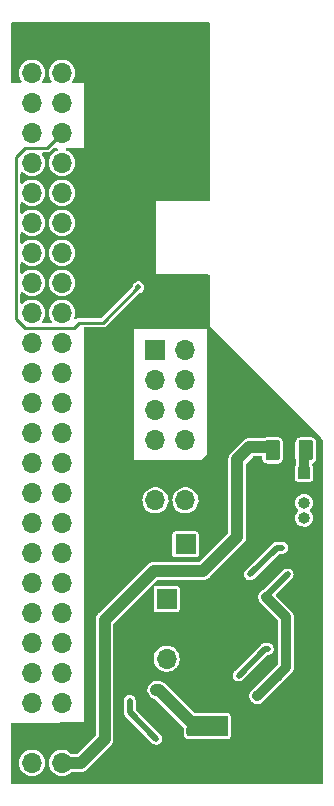
<source format=gbr>
%TF.GenerationSoftware,KiCad,Pcbnew,(6.0.4)*%
%TF.CreationDate,2023-05-30T00:11:29+09:00*%
%TF.ProjectId,BajieHeader,42616a69-6548-4656-9164-65722e6b6963,rev?*%
%TF.SameCoordinates,Original*%
%TF.FileFunction,Copper,L2,Bot*%
%TF.FilePolarity,Positive*%
%FSLAX46Y46*%
G04 Gerber Fmt 4.6, Leading zero omitted, Abs format (unit mm)*
G04 Created by KiCad (PCBNEW (6.0.4)) date 2023-05-30 00:11:29*
%MOMM*%
%LPD*%
G01*
G04 APERTURE LIST*
G04 Aperture macros list*
%AMRoundRect*
0 Rectangle with rounded corners*
0 $1 Rounding radius*
0 $2 $3 $4 $5 $6 $7 $8 $9 X,Y pos of 4 corners*
0 Add a 4 corners polygon primitive as box body*
4,1,4,$2,$3,$4,$5,$6,$7,$8,$9,$2,$3,0*
0 Add four circle primitives for the rounded corners*
1,1,$1+$1,$2,$3*
1,1,$1+$1,$4,$5*
1,1,$1+$1,$6,$7*
1,1,$1+$1,$8,$9*
0 Add four rect primitives between the rounded corners*
20,1,$1+$1,$2,$3,$4,$5,0*
20,1,$1+$1,$4,$5,$6,$7,0*
20,1,$1+$1,$6,$7,$8,$9,0*
20,1,$1+$1,$8,$9,$2,$3,0*%
G04 Aperture macros list end*
%TA.AperFunction,ComponentPad*%
%ADD10R,1.700000X1.700000*%
%TD*%
%TA.AperFunction,ComponentPad*%
%ADD11O,1.700000X1.700000*%
%TD*%
%TA.AperFunction,ComponentPad*%
%ADD12R,1.000000X1.000000*%
%TD*%
%TA.AperFunction,ComponentPad*%
%ADD13O,1.000000X1.000000*%
%TD*%
%TA.AperFunction,ComponentPad*%
%ADD14C,2.600000*%
%TD*%
%TA.AperFunction,ConnectorPad*%
%ADD15C,3.500000*%
%TD*%
%TA.AperFunction,SMDPad,CuDef*%
%ADD16RoundRect,0.250000X-0.375000X-0.625000X0.375000X-0.625000X0.375000X0.625000X-0.375000X0.625000X0*%
%TD*%
%TA.AperFunction,SMDPad,CuDef*%
%ADD17RoundRect,0.140000X0.219203X0.021213X0.021213X0.219203X-0.219203X-0.021213X-0.021213X-0.219203X0*%
%TD*%
%TA.AperFunction,SMDPad,CuDef*%
%ADD18RoundRect,0.225000X0.250000X-0.225000X0.250000X0.225000X-0.250000X0.225000X-0.250000X-0.225000X0*%
%TD*%
%TA.AperFunction,SMDPad,CuDef*%
%ADD19RoundRect,0.140000X-0.170000X0.140000X-0.170000X-0.140000X0.170000X-0.140000X0.170000X0.140000X0*%
%TD*%
%TA.AperFunction,ViaPad*%
%ADD20C,0.500000*%
%TD*%
%TA.AperFunction,ViaPad*%
%ADD21C,0.800000*%
%TD*%
%TA.AperFunction,Conductor*%
%ADD22C,0.250000*%
%TD*%
%TA.AperFunction,Conductor*%
%ADD23C,1.000000*%
%TD*%
%TA.AperFunction,Conductor*%
%ADD24C,0.840000*%
%TD*%
%TA.AperFunction,Conductor*%
%ADD25C,0.500000*%
%TD*%
G04 APERTURE END LIST*
D10*
%TO.P,J7,1,Pin_1*%
%TO.N,+6V*%
X90144600Y-104216200D03*
D11*
%TO.P,J7,2,Pin_2*%
%TO.N,GND*%
X90144600Y-106756200D03*
%TO.P,J7,3,Pin_3*%
%TO.N,+3V8*%
X90144600Y-109296200D03*
%TD*%
D12*
%TO.P,J6,1,Pin_1*%
%TO.N,Net-(F1-Pad2)*%
X101777800Y-93548200D03*
D13*
%TO.P,J6,2,Pin_2*%
%TO.N,GND*%
X101777800Y-94818200D03*
%TO.P,J6,3,Pin_3*%
%TO.N,Net-(J6-Pad3)*%
X101777800Y-96088200D03*
%TO.P,J6,4,Pin_4*%
%TO.N,Net-(J6-Pad4)*%
X101777800Y-97358200D03*
%TD*%
D14*
%TO.P,H2,1,1*%
%TO.N,GND*%
X99771200Y-117221000D03*
D15*
X99771200Y-117221000D03*
%TD*%
D10*
%TO.P,J1,1,Pin_1*%
%TO.N,GND*%
X78735000Y-57155000D03*
D11*
%TO.P,J1,2,Pin_2*%
X81275000Y-57155000D03*
%TO.P,J1,3,Pin_3*%
%TO.N,+2V5*%
X78735000Y-59695000D03*
%TO.P,J1,4,Pin_4*%
X81275000Y-59695000D03*
%TO.P,J1,5,Pin_5*%
%TO.N,/P20*%
X78735000Y-62235000D03*
%TO.P,J1,6,Pin_6*%
%TO.N,/N20*%
X81275000Y-62235000D03*
%TO.P,J1,7,Pin_7*%
%TO.N,/T19*%
X78735000Y-64775000D03*
%TO.P,J1,8,Pin_8*%
%TO.N,/R19*%
X81275000Y-64775000D03*
%TO.P,J1,9,Pin_9*%
%TO.N,/DB1N*%
X78735000Y-67315000D03*
%TO.P,J1,10,Pin_10*%
%TO.N,/DB1P*%
X81275000Y-67315000D03*
%TO.P,J1,11,Pin_11*%
%TO.N,/DB0N*%
X78735000Y-69855000D03*
%TO.P,J1,12,Pin_12*%
%TO.N,/DB0P*%
X81275000Y-69855000D03*
%TO.P,J1,13,Pin_13*%
%TO.N,/FCLKN*%
X78735000Y-72395000D03*
%TO.P,J1,14,Pin_14*%
%TO.N,/FCLKP*%
X81275000Y-72395000D03*
%TO.P,J1,15,Pin_15*%
%TO.N,/DCLKP*%
X78735000Y-74935000D03*
%TO.P,J1,16,Pin_16*%
%TO.N,/DCLKN*%
X81275000Y-74935000D03*
%TO.P,J1,17,Pin_17*%
%TO.N,/DA1P*%
X78735000Y-77475000D03*
%TO.P,J1,18,Pin_18*%
%TO.N,/DA1N*%
X81275000Y-77475000D03*
%TO.P,J1,19,Pin_19*%
%TO.N,/DA0P*%
X78735000Y-80015000D03*
%TO.P,J1,20,Pin_20*%
%TO.N,/DA0N*%
X81275000Y-80015000D03*
%TO.P,J1,21,Pin_21*%
%TO.N,/U18*%
X78735000Y-82555000D03*
%TO.P,J1,22,Pin_22*%
%TO.N,/U19*%
X81275000Y-82555000D03*
%TO.P,J1,23,Pin_23*%
%TO.N,/W18*%
X78735000Y-85095000D03*
%TO.P,J1,24,Pin_24*%
%TO.N,/W19*%
X81275000Y-85095000D03*
%TO.P,J1,25,Pin_25*%
%TO.N,/V17*%
X78735000Y-87635000D03*
%TO.P,J1,26,Pin_26*%
%TO.N,/V18*%
X81275000Y-87635000D03*
%TO.P,J1,27,Pin_27*%
%TO.N,/V16*%
X78735000Y-90175000D03*
%TO.P,J1,28,Pin_28*%
%TO.N,/W16*%
X81275000Y-90175000D03*
%TO.P,J1,29,Pin_29*%
%TO.N,/V15*%
X78735000Y-92715000D03*
%TO.P,J1,30,Pin_30*%
%TO.N,/W15*%
X81275000Y-92715000D03*
%TO.P,J1,31,Pin_31*%
%TO.N,/Y18*%
X78735000Y-95255000D03*
%TO.P,J1,32,Pin_32*%
%TO.N,/Y19*%
X81275000Y-95255000D03*
%TO.P,J1,33,Pin_33*%
%TO.N,/Y16*%
X78735000Y-97795000D03*
%TO.P,J1,34,Pin_34*%
%TO.N,/Y17*%
X81275000Y-97795000D03*
%TO.P,J1,35,Pin_35*%
%TO.N,/W14*%
X78735000Y-100335000D03*
%TO.P,J1,36,Pin_36*%
%TO.N,/Y14*%
X81275000Y-100335000D03*
%TO.P,J1,37,Pin_37*%
%TO.N,/T14*%
X78735000Y-102875000D03*
%TO.P,J1,38,Pin_38*%
%TO.N,/T15*%
X81275000Y-102875000D03*
%TO.P,J1,39,Pin_39*%
%TO.N,/P14*%
X78735000Y-105415000D03*
%TO.P,J1,40,Pin_40*%
%TO.N,/U14*%
X81275000Y-105415000D03*
%TO.P,J1,41,Pin_41*%
%TO.N,/V12*%
X78735000Y-107955000D03*
%TO.P,J1,42,Pin_42*%
%TO.N,/W13*%
X81275000Y-107955000D03*
%TO.P,J1,43,Pin_43*%
%TO.N,/T12*%
X78735000Y-110495000D03*
%TO.P,J1,44,Pin_44*%
%TO.N,/U12*%
X81275000Y-110495000D03*
%TO.P,J1,45,Pin_45*%
%TO.N,/T10*%
X78735000Y-113035000D03*
%TO.P,J1,46,Pin_46*%
%TO.N,/T11*%
X81275000Y-113035000D03*
%TO.P,J1,47,Pin_47*%
%TO.N,GND*%
X78735000Y-115575000D03*
%TO.P,J1,48,Pin_48*%
X81275000Y-115575000D03*
%TO.P,J1,49,Pin_49*%
%TO.N,+5V*%
X78735000Y-118115000D03*
%TO.P,J1,50,Pin_50*%
X81275000Y-118115000D03*
%TD*%
D10*
%TO.P,J3,1,Pin_1*%
%TO.N,/F19*%
X89199800Y-83185000D03*
D11*
%TO.P,J3,2,Pin_2*%
%TO.N,/F20*%
X91739800Y-83185000D03*
%TO.P,J3,3,Pin_3*%
%TO.N,/CAN_R*%
X89199800Y-85725000D03*
%TO.P,J3,4,Pin_4*%
%TO.N,/CAN_T*%
X91739800Y-85725000D03*
%TO.P,J3,5,Pin_5*%
%TO.N,/H18*%
X89199800Y-88265000D03*
%TO.P,J3,6,Pin_6*%
%TO.N,/H20*%
X91739800Y-88265000D03*
%TO.P,J3,7,Pin_7*%
%TO.N,/J19*%
X89199800Y-90805000D03*
%TO.P,J3,8,Pin_8*%
%TO.N,/J20*%
X91739800Y-90805000D03*
%TO.P,J3,9,Pin_9*%
%TO.N,GND*%
X89199800Y-93345000D03*
%TO.P,J3,10,Pin_10*%
X91739800Y-93345000D03*
%TO.P,J3,11,Pin_11*%
%TO.N,+3V3*%
X89199800Y-95885000D03*
%TO.P,J3,12,Pin_12*%
X91739800Y-95885000D03*
%TD*%
D15*
%TO.P,H1,1,1*%
%TO.N,GND*%
X89433400Y-58902600D03*
D14*
X89433400Y-58902600D03*
%TD*%
D10*
%TO.P,J5,1,Pin_1*%
%TO.N,+3V3*%
X91744800Y-99618800D03*
D11*
%TO.P,J5,2,Pin_2*%
%TO.N,GND*%
X89204800Y-99618800D03*
%TD*%
D10*
%TO.P,J4,1,Pin_1*%
%TO.N,+12V*%
X94462600Y-115011200D03*
D11*
%TO.P,J4,2,Pin_2*%
%TO.N,GND*%
X94462600Y-117551200D03*
%TD*%
D16*
%TO.P,F1,1*%
%TO.N,+5V*%
X99133200Y-91643200D03*
%TO.P,F1,2*%
%TO.N,Net-(F1-Pad2)*%
X101933200Y-91643200D03*
%TD*%
D17*
%TO.P,C1,1*%
%TO.N,+5V*%
X84057811Y-116671411D03*
%TO.P,C1,2*%
%TO.N,GND*%
X83378989Y-115992589D03*
%TD*%
D18*
%TO.P,C2,1*%
%TO.N,GND*%
X92329000Y-116929200D03*
%TO.P,C2,2*%
%TO.N,+12V*%
X92329000Y-115379200D03*
%TD*%
D19*
%TO.P,C13,1*%
%TO.N,+5V*%
X97713800Y-91493400D03*
%TO.P,C13,2*%
%TO.N,GND*%
X97713800Y-92453400D03*
%TD*%
D20*
%TO.N,GND*%
X97459800Y-92532200D03*
X93548200Y-70281800D03*
X83362800Y-81483200D03*
X85902800Y-110337600D03*
X91694000Y-69392800D03*
X91871800Y-117373400D03*
X89433400Y-70307200D03*
X85191600Y-117246400D03*
X95072200Y-106400600D03*
X100533200Y-104521000D03*
X91846400Y-102870000D03*
X96951800Y-90322400D03*
X91694000Y-80086200D03*
X84505800Y-80213200D03*
X95072200Y-108102400D03*
X88595200Y-67081400D03*
X85902800Y-111912400D03*
X86512400Y-117246400D03*
X84455000Y-65049400D03*
X85902800Y-116001800D03*
X96951800Y-108915200D03*
X87604600Y-115468400D03*
X100076000Y-89738200D03*
X91795600Y-112090200D03*
X89484200Y-102870000D03*
X99441000Y-101295200D03*
X91694000Y-67081400D03*
X89433400Y-77012800D03*
X95783400Y-107238800D03*
X96647000Y-106400600D03*
X96672400Y-99923600D03*
X88595200Y-78562200D03*
X99415600Y-113258600D03*
X91694000Y-77927200D03*
X94615000Y-87757000D03*
X97434400Y-94386400D03*
X88341200Y-113614200D03*
X93548200Y-77012800D03*
X88646000Y-69240400D03*
X100126800Y-114020600D03*
X98602800Y-109778800D03*
X97942400Y-99999800D03*
X86461600Y-114376200D03*
X91262200Y-115849400D03*
X88595200Y-80086200D03*
%TO.N,/R19*%
X87757000Y-77851000D03*
D21*
%TO.N,+5V*%
X98729800Y-91389200D03*
D20*
%TO.N,Net-(C6-Pad1)*%
X87020401Y-112854199D03*
X89281000Y-116075299D03*
%TO.N,Net-(C7-Pad1)*%
X96240600Y-110718600D03*
X98704400Y-108458000D03*
%TO.N,+12V*%
X89281000Y-111937800D03*
D21*
X98577400Y-104089200D03*
D20*
X99542600Y-110718600D03*
D21*
X97815400Y-112445800D03*
D20*
X100380800Y-102158800D03*
%TO.N,Net-(C15-Pad1)*%
X99923600Y-99898200D03*
X97205800Y-102158800D03*
%TD*%
D22*
%TO.N,/R19*%
X77393800Y-66827400D02*
X78181200Y-66040000D01*
X82702400Y-80848200D02*
X82270600Y-81280000D01*
X77393800Y-80543400D02*
X77393800Y-66827400D01*
X80010000Y-66040000D02*
X81275000Y-64775000D01*
X82270600Y-81280000D02*
X78130400Y-81280000D01*
X87757000Y-77851000D02*
X84759800Y-80848200D01*
X78181200Y-66040000D02*
X80010000Y-66040000D01*
X78130400Y-81280000D02*
X77393800Y-80543400D01*
X84759800Y-80848200D02*
X82702400Y-80848200D01*
D23*
%TO.N,+5V*%
X96139000Y-98958400D02*
X96139000Y-92405200D01*
X82900600Y-118115000D02*
X84886800Y-116128800D01*
X84886800Y-106019600D02*
X89052400Y-101854000D01*
X96139000Y-92405200D02*
X97155000Y-91389200D01*
X89052400Y-101854000D02*
X93243400Y-101854000D01*
X97155000Y-91389200D02*
X98729800Y-91389200D01*
X84886800Y-116128800D02*
X84886800Y-106019600D01*
D24*
X98879200Y-91389200D02*
X99133200Y-91643200D01*
X98729800Y-91389200D02*
X98879200Y-91389200D01*
D23*
X93243400Y-101854000D02*
X96139000Y-98958400D01*
X81275000Y-118115000D02*
X82900600Y-118115000D01*
D25*
%TO.N,Net-(C6-Pad1)*%
X89281000Y-116075299D02*
X87020401Y-113814700D01*
X87020401Y-113814700D02*
X87020401Y-112854199D01*
%TO.N,Net-(C7-Pad1)*%
X98501200Y-108458000D02*
X96240600Y-110718600D01*
X98704400Y-108458000D02*
X98501200Y-108458000D01*
D24*
%TO.N,Net-(F1-Pad2)*%
X101777800Y-93548200D02*
X101777800Y-91798600D01*
X101777800Y-91798600D02*
X101933200Y-91643200D01*
D23*
%TO.N,+12V*%
X89458800Y-111937800D02*
X92532200Y-115011200D01*
D24*
X98577400Y-104089200D02*
X100253800Y-105765600D01*
X97815400Y-112445800D02*
X99542600Y-110718600D01*
X100253800Y-110007400D02*
X99542600Y-110718600D01*
D25*
X100380800Y-102158800D02*
X98577400Y-103962200D01*
D23*
X89281000Y-111937800D02*
X89458800Y-111937800D01*
D25*
X98577400Y-103962200D02*
X98577400Y-104089200D01*
D23*
X92532200Y-115011200D02*
X94462600Y-115011200D01*
D24*
X100253800Y-105765600D02*
X100253800Y-110007400D01*
D25*
%TO.N,Net-(C15-Pad1)*%
X99923600Y-99898200D02*
X99466400Y-99898200D01*
X99466400Y-99898200D02*
X97205800Y-102158800D01*
%TD*%
%TA.AperFunction,Conductor*%
%TO.N,GND*%
G36*
X93743821Y-55392502D02*
G01*
X93790314Y-55446158D01*
X93801700Y-55498500D01*
X93801700Y-70435200D01*
X93781698Y-70503321D01*
X93728042Y-70549814D01*
X93675700Y-70561200D01*
X89281000Y-70561200D01*
X89281000Y-76758800D01*
X93675700Y-76758800D01*
X93743821Y-76778802D01*
X93790314Y-76832458D01*
X93801700Y-76884800D01*
X93801700Y-80988275D01*
X93799246Y-81013019D01*
X93796715Y-81025656D01*
X93801700Y-81050893D01*
X93801700Y-81051067D01*
X93801798Y-81051561D01*
X93801799Y-81051566D01*
X93806606Y-81075734D01*
X93806639Y-81075897D01*
X93813892Y-81112614D01*
X93816335Y-81124984D01*
X93816432Y-81125129D01*
X93816466Y-81125301D01*
X93823380Y-81135648D01*
X93823381Y-81135651D01*
X93844417Y-81167132D01*
X93844509Y-81167271D01*
X93858024Y-81187555D01*
X93858302Y-81187972D01*
X93858423Y-81188093D01*
X93872716Y-81209484D01*
X93883032Y-81216377D01*
X93883436Y-81216647D01*
X93902647Y-81232434D01*
X103310235Y-90664976D01*
X103340713Y-90695535D01*
X103374656Y-90757892D01*
X103377500Y-90784512D01*
X103377500Y-119761500D01*
X103357498Y-119829621D01*
X103303842Y-119876114D01*
X103251500Y-119887500D01*
X77088500Y-119887500D01*
X77020379Y-119867498D01*
X76973886Y-119813842D01*
X76962500Y-119761500D01*
X76962500Y-118085964D01*
X77626148Y-118085964D01*
X77639424Y-118288522D01*
X77640845Y-118294118D01*
X77640846Y-118294123D01*
X77661119Y-118373945D01*
X77689392Y-118485269D01*
X77691809Y-118490512D01*
X77729010Y-118571208D01*
X77774377Y-118669616D01*
X77794271Y-118697766D01*
X77887358Y-118829481D01*
X77891533Y-118835389D01*
X77895675Y-118839424D01*
X77931347Y-118874174D01*
X78036938Y-118977035D01*
X78205720Y-119089812D01*
X78211023Y-119092090D01*
X78211026Y-119092092D01*
X78299707Y-119130192D01*
X78392228Y-119169942D01*
X78465244Y-119186464D01*
X78584579Y-119213467D01*
X78584584Y-119213468D01*
X78590216Y-119214742D01*
X78595987Y-119214969D01*
X78595989Y-119214969D01*
X78655756Y-119217317D01*
X78793053Y-119222712D01*
X78893499Y-119208148D01*
X78988231Y-119194413D01*
X78988236Y-119194412D01*
X78993945Y-119193584D01*
X78999409Y-119191729D01*
X78999414Y-119191728D01*
X79180693Y-119130192D01*
X79180698Y-119130190D01*
X79186165Y-119128334D01*
X79363276Y-119029147D01*
X79425934Y-118977035D01*
X79514913Y-118903031D01*
X79519345Y-118899345D01*
X79602471Y-118799398D01*
X79645453Y-118747718D01*
X79645455Y-118747715D01*
X79649147Y-118743276D01*
X79748334Y-118566165D01*
X79750190Y-118560698D01*
X79750192Y-118560693D01*
X79811728Y-118379414D01*
X79811729Y-118379409D01*
X79813584Y-118373945D01*
X79814412Y-118368236D01*
X79814413Y-118368231D01*
X79842179Y-118176727D01*
X79842712Y-118173053D01*
X79844232Y-118115000D01*
X79841564Y-118085964D01*
X80166148Y-118085964D01*
X80179424Y-118288522D01*
X80180845Y-118294118D01*
X80180846Y-118294123D01*
X80201119Y-118373945D01*
X80229392Y-118485269D01*
X80231809Y-118490512D01*
X80269010Y-118571208D01*
X80314377Y-118669616D01*
X80334271Y-118697766D01*
X80427358Y-118829481D01*
X80431533Y-118835389D01*
X80435675Y-118839424D01*
X80471347Y-118874174D01*
X80576938Y-118977035D01*
X80745720Y-119089812D01*
X80751023Y-119092090D01*
X80751026Y-119092092D01*
X80839707Y-119130192D01*
X80932228Y-119169942D01*
X81005244Y-119186464D01*
X81124579Y-119213467D01*
X81124584Y-119213468D01*
X81130216Y-119214742D01*
X81135987Y-119214969D01*
X81135989Y-119214969D01*
X81195756Y-119217317D01*
X81333053Y-119222712D01*
X81433499Y-119208148D01*
X81528231Y-119194413D01*
X81528236Y-119194412D01*
X81533945Y-119193584D01*
X81539409Y-119191729D01*
X81539414Y-119191728D01*
X81720693Y-119130192D01*
X81720698Y-119130190D01*
X81726165Y-119128334D01*
X81903276Y-119029147D01*
X81965934Y-118977035D01*
X82059345Y-118899345D01*
X82060945Y-118901269D01*
X82113851Y-118872379D01*
X82140634Y-118869500D01*
X82833835Y-118869500D01*
X82852785Y-118870933D01*
X82866855Y-118873074D01*
X82866859Y-118873074D01*
X82874089Y-118874174D01*
X82881380Y-118873581D01*
X82881383Y-118873581D01*
X82926448Y-118869915D01*
X82936663Y-118869500D01*
X82944653Y-118869500D01*
X82951902Y-118868655D01*
X82972713Y-118866229D01*
X82977087Y-118865796D01*
X83042149Y-118860504D01*
X83042152Y-118860503D01*
X83049447Y-118859910D01*
X83056409Y-118857655D01*
X83062277Y-118856482D01*
X83068084Y-118855110D01*
X83075354Y-118854262D01*
X83143660Y-118829468D01*
X83147763Y-118828060D01*
X83216822Y-118805688D01*
X83223079Y-118801891D01*
X83228526Y-118799398D01*
X83233854Y-118796730D01*
X83240734Y-118794232D01*
X83301449Y-118754426D01*
X83305159Y-118752085D01*
X83362438Y-118717327D01*
X83362440Y-118717325D01*
X83367233Y-118714417D01*
X83375574Y-118707051D01*
X83375596Y-118707076D01*
X83378641Y-118704376D01*
X83381746Y-118701780D01*
X83387868Y-118697766D01*
X83440816Y-118641873D01*
X83443193Y-118639432D01*
X85373101Y-116709523D01*
X85387512Y-116697138D01*
X85404871Y-116684363D01*
X85438889Y-116644321D01*
X85445819Y-116636805D01*
X85451462Y-116631162D01*
X85468994Y-116609002D01*
X85471770Y-116605616D01*
X85490299Y-116583807D01*
X85518782Y-116550280D01*
X85522111Y-116543760D01*
X85525431Y-116538782D01*
X85528564Y-116533709D01*
X85533107Y-116527967D01*
X85563853Y-116462183D01*
X85565784Y-116458233D01*
X85595464Y-116400107D01*
X85598793Y-116393588D01*
X85600533Y-116386478D01*
X85602623Y-116380858D01*
X85604503Y-116375207D01*
X85607601Y-116368578D01*
X85622387Y-116297486D01*
X85623356Y-116293205D01*
X85630266Y-116264969D01*
X85640611Y-116222692D01*
X85641300Y-116211586D01*
X85641334Y-116211588D01*
X85641577Y-116207529D01*
X85641937Y-116203495D01*
X85643428Y-116196327D01*
X85641346Y-116119385D01*
X85641300Y-116115977D01*
X85641300Y-112847972D01*
X86510751Y-112847972D01*
X86511915Y-112856874D01*
X86511915Y-112856877D01*
X86514837Y-112879218D01*
X86515901Y-112895556D01*
X86515901Y-113744076D01*
X86514560Y-113756081D01*
X86515056Y-113756121D01*
X86514336Y-113765068D01*
X86512355Y-113773824D01*
X86512911Y-113782784D01*
X86515659Y-113827082D01*
X86515901Y-113834884D01*
X86515901Y-113850926D01*
X86516536Y-113855357D01*
X86516536Y-113855362D01*
X86517366Y-113861153D01*
X86518397Y-113871214D01*
X86521303Y-113918059D01*
X86524350Y-113926499D01*
X86525031Y-113929789D01*
X86528983Y-113945638D01*
X86529928Y-113948868D01*
X86531200Y-113957752D01*
X86534915Y-113965923D01*
X86550619Y-114000463D01*
X86554431Y-114009828D01*
X86567323Y-114045537D01*
X86567325Y-114045540D01*
X86570373Y-114053984D01*
X86575669Y-114061233D01*
X86577241Y-114064190D01*
X86585494Y-114078314D01*
X86587299Y-114081137D01*
X86591013Y-114089305D01*
X86611934Y-114113584D01*
X86621644Y-114124853D01*
X86627926Y-114132764D01*
X86635874Y-114143644D01*
X86646736Y-114154506D01*
X86653094Y-114161352D01*
X86685345Y-114198782D01*
X86692880Y-114203666D01*
X86699452Y-114209399D01*
X86710856Y-114218626D01*
X88904654Y-116412424D01*
X88912010Y-116420443D01*
X88935502Y-116448391D01*
X88935505Y-116448394D01*
X88941276Y-116455259D01*
X88948744Y-116460231D01*
X88948745Y-116460231D01*
X88986770Y-116485543D01*
X88992514Y-116489603D01*
X89036236Y-116522370D01*
X89044643Y-116525521D01*
X89049291Y-116528066D01*
X89054097Y-116530358D01*
X89061574Y-116535336D01*
X89113743Y-116551635D01*
X89120372Y-116553910D01*
X89171552Y-116573097D01*
X89180506Y-116573762D01*
X89185700Y-116574904D01*
X89190939Y-116575753D01*
X89199510Y-116578431D01*
X89208484Y-116578595D01*
X89208487Y-116578596D01*
X89233738Y-116579058D01*
X89254156Y-116579433D01*
X89261174Y-116579758D01*
X89306714Y-116583143D01*
X89306723Y-116583142D01*
X89315667Y-116583807D01*
X89324444Y-116581934D01*
X89329732Y-116581573D01*
X89335017Y-116580915D01*
X89343998Y-116581079D01*
X89352661Y-116578717D01*
X89352663Y-116578717D01*
X89396712Y-116566708D01*
X89403548Y-116565047D01*
X89406700Y-116564374D01*
X89456994Y-116553638D01*
X89464895Y-116549375D01*
X89469887Y-116547538D01*
X89474760Y-116545429D01*
X89483422Y-116543068D01*
X89507855Y-116528066D01*
X89529989Y-116514476D01*
X89536084Y-116510965D01*
X89576271Y-116489281D01*
X89576275Y-116489278D01*
X89584174Y-116485016D01*
X89590558Y-116478709D01*
X89594815Y-116475559D01*
X89598920Y-116472151D01*
X89606572Y-116467453D01*
X89612598Y-116460795D01*
X89612601Y-116460793D01*
X89643241Y-116426943D01*
X89648106Y-116421860D01*
X89680596Y-116389765D01*
X89680598Y-116389763D01*
X89686982Y-116383456D01*
X89691341Y-116375610D01*
X89694552Y-116371379D01*
X89697526Y-116366970D01*
X89703551Y-116360313D01*
X89727374Y-116311142D01*
X89730614Y-116304904D01*
X89752796Y-116264969D01*
X89757153Y-116257125D01*
X89759133Y-116248374D01*
X89761033Y-116243399D01*
X89762650Y-116238331D01*
X89766560Y-116230261D01*
X89775630Y-116176351D01*
X89776986Y-116169477D01*
X89789046Y-116116176D01*
X89788490Y-116107216D01*
X89789179Y-116098653D01*
X89789334Y-116097405D01*
X89789294Y-116097401D01*
X89789729Y-116092547D01*
X89790536Y-116087752D01*
X89790688Y-116075299D01*
X89787291Y-116051577D01*
X89784035Y-116028842D01*
X89783004Y-116018782D01*
X89780654Y-115980900D01*
X89780654Y-115980898D01*
X89780098Y-115971941D01*
X89777051Y-115963500D01*
X89776372Y-115960222D01*
X89772416Y-115944354D01*
X89771473Y-115941130D01*
X89770201Y-115932247D01*
X89766487Y-115924078D01*
X89766485Y-115924072D01*
X89750775Y-115889520D01*
X89746961Y-115880151D01*
X89738853Y-115857691D01*
X89731028Y-115836015D01*
X89725731Y-115828765D01*
X89724154Y-115825798D01*
X89715907Y-115811685D01*
X89714102Y-115808862D01*
X89710388Y-115800694D01*
X89679753Y-115765141D01*
X89673475Y-115757235D01*
X89665527Y-115746355D01*
X89654665Y-115735493D01*
X89648307Y-115728646D01*
X89621915Y-115698017D01*
X89616056Y-115691217D01*
X89608521Y-115686333D01*
X89601949Y-115680600D01*
X89590545Y-115671373D01*
X87561806Y-113642634D01*
X87527780Y-113580322D01*
X87524901Y-113553539D01*
X87524901Y-112907112D01*
X87526647Y-112886207D01*
X87529130Y-112871446D01*
X87529937Y-112866652D01*
X87530089Y-112854199D01*
X87509602Y-112711147D01*
X87449789Y-112579594D01*
X87443931Y-112572795D01*
X87443928Y-112572791D01*
X87361317Y-112476917D01*
X87361314Y-112476915D01*
X87355457Y-112470117D01*
X87294824Y-112430817D01*
X87241725Y-112396399D01*
X87241723Y-112396398D01*
X87234191Y-112391516D01*
X87217322Y-112386471D01*
X87104339Y-112352681D01*
X87104337Y-112352681D01*
X87095738Y-112350109D01*
X87086764Y-112350054D01*
X87086762Y-112350054D01*
X87023483Y-112349668D01*
X86951228Y-112349227D01*
X86942597Y-112351694D01*
X86942595Y-112351694D01*
X86820910Y-112386471D01*
X86820906Y-112386473D01*
X86812280Y-112388938D01*
X86804693Y-112393725D01*
X86804691Y-112393726D01*
X86697655Y-112461261D01*
X86690062Y-112466052D01*
X86594400Y-112574369D01*
X86590586Y-112582492D01*
X86590585Y-112582494D01*
X86564766Y-112637487D01*
X86532984Y-112705181D01*
X86531604Y-112714045D01*
X86531603Y-112714048D01*
X86517539Y-112804378D01*
X86510751Y-112847972D01*
X85641300Y-112847972D01*
X85641300Y-111978880D01*
X88522476Y-111978880D01*
X88523716Y-111986096D01*
X88523716Y-111986098D01*
X88549751Y-112137612D01*
X88552271Y-112152277D01*
X88621156Y-112314168D01*
X88725437Y-112455871D01*
X88859520Y-112569782D01*
X88903034Y-112592001D01*
X89009695Y-112646466D01*
X89009700Y-112646468D01*
X89016212Y-112649793D01*
X89023318Y-112651532D01*
X89023321Y-112651533D01*
X89074629Y-112664088D01*
X89097906Y-112669783D01*
X89157052Y-112703077D01*
X91549995Y-115096019D01*
X91584020Y-115158331D01*
X91586900Y-115185114D01*
X91586900Y-115723400D01*
X91587260Y-115726746D01*
X91587260Y-115726751D01*
X91590976Y-115761310D01*
X91592830Y-115778559D01*
X91604216Y-115830901D01*
X91604661Y-115832523D01*
X91604662Y-115832527D01*
X91609480Y-115850088D01*
X91611566Y-115857691D01*
X91615467Y-115864542D01*
X91615468Y-115864544D01*
X91649366Y-115924072D01*
X91661669Y-115945678D01*
X91708162Y-115999334D01*
X91741451Y-116031456D01*
X91831170Y-116078387D01*
X91837106Y-116080130D01*
X91894968Y-116097120D01*
X91894972Y-116097121D01*
X91899291Y-116098389D01*
X91903739Y-116099029D01*
X91903746Y-116099030D01*
X91967952Y-116108261D01*
X91967959Y-116108261D01*
X91972400Y-116108900D01*
X93540937Y-116108900D01*
X93565518Y-116111321D01*
X93587533Y-116115700D01*
X94462458Y-116115700D01*
X95337666Y-116115699D01*
X95375063Y-116108261D01*
X95399726Y-116103356D01*
X95399728Y-116103355D01*
X95411901Y-116100934D01*
X95422221Y-116094039D01*
X95422222Y-116094038D01*
X95485768Y-116051577D01*
X95496084Y-116044684D01*
X95552334Y-115960501D01*
X95567100Y-115886267D01*
X95567099Y-114136134D01*
X95552334Y-114061899D01*
X95496084Y-113977716D01*
X95453328Y-113949147D01*
X95422220Y-113928361D01*
X95411901Y-113921466D01*
X95337667Y-113906700D01*
X94462742Y-113906700D01*
X93587534Y-113906701D01*
X93568061Y-113910574D01*
X93565522Y-113911079D01*
X93540943Y-113913500D01*
X92553714Y-113913500D01*
X92485593Y-113893498D01*
X92464619Y-113876595D01*
X90991161Y-112403137D01*
X97137287Y-112403137D01*
X97146684Y-112566121D01*
X97148918Y-112573382D01*
X97148918Y-112573383D01*
X97164782Y-112624949D01*
X97194688Y-112722159D01*
X97278526Y-112862242D01*
X97283863Y-112867635D01*
X97283866Y-112867639D01*
X97337019Y-112921351D01*
X97393359Y-112978284D01*
X97532557Y-113063584D01*
X97615392Y-113090020D01*
X97680844Y-113110909D01*
X97680846Y-113110909D01*
X97688083Y-113113219D01*
X97695663Y-113113736D01*
X97695664Y-113113736D01*
X97843384Y-113123807D01*
X97843388Y-113123807D01*
X97850960Y-113124323D01*
X97858437Y-113123018D01*
X97858439Y-113123018D01*
X98004306Y-113097560D01*
X98011783Y-113096255D01*
X98018729Y-113093206D01*
X98018732Y-113093205D01*
X98095250Y-113059616D01*
X98161271Y-113030635D01*
X98260903Y-112954184D01*
X100711125Y-110503962D01*
X100717391Y-110498108D01*
X100753006Y-110467039D01*
X100758733Y-110462043D01*
X100793615Y-110412410D01*
X100797541Y-110407124D01*
X100830294Y-110365353D01*
X100830295Y-110365351D01*
X100834981Y-110359375D01*
X100838106Y-110352454D01*
X100841158Y-110347415D01*
X100845469Y-110339855D01*
X100848239Y-110334690D01*
X100852605Y-110328477D01*
X100855362Y-110321406D01*
X100855364Y-110321402D01*
X100874638Y-110271965D01*
X100877195Y-110265882D01*
X100899034Y-110217514D01*
X100902163Y-110210585D01*
X100903548Y-110203109D01*
X100905312Y-110197482D01*
X100907681Y-110189165D01*
X100909148Y-110183452D01*
X100911908Y-110176373D01*
X100913874Y-110161445D01*
X100919826Y-110116231D01*
X100920858Y-110109715D01*
X100923125Y-110097487D01*
X100931914Y-110050063D01*
X100930217Y-110020624D01*
X100928509Y-109991013D01*
X100928300Y-109983760D01*
X100928300Y-105793338D01*
X100928592Y-105784768D01*
X100931807Y-105737616D01*
X100931807Y-105737612D01*
X100932323Y-105730040D01*
X100921889Y-105670258D01*
X100920927Y-105663736D01*
X100913641Y-105603527D01*
X100910956Y-105596421D01*
X100909558Y-105590728D01*
X100907253Y-105582303D01*
X100905561Y-105576699D01*
X100904255Y-105569217D01*
X100879865Y-105513655D01*
X100877384Y-105507575D01*
X100858621Y-105457920D01*
X100858621Y-105457919D01*
X100855935Y-105450812D01*
X100851629Y-105444547D01*
X100848891Y-105439310D01*
X100844682Y-105431748D01*
X100841688Y-105426686D01*
X100838635Y-105419730D01*
X100834013Y-105413706D01*
X100834009Y-105413700D01*
X100801694Y-105371587D01*
X100797816Y-105366250D01*
X100767768Y-105322529D01*
X100763466Y-105316269D01*
X100757795Y-105311217D01*
X100757793Y-105311214D01*
X100719305Y-105276923D01*
X100714029Y-105271942D01*
X99436674Y-103994587D01*
X99402648Y-103932275D01*
X99407713Y-103861460D01*
X99436674Y-103816397D01*
X100686923Y-102566148D01*
X100695534Y-102558298D01*
X100698724Y-102555650D01*
X100706372Y-102550954D01*
X100744893Y-102508397D01*
X100749213Y-102503858D01*
X100763151Y-102489920D01*
X100765842Y-102486330D01*
X100767043Y-102484728D01*
X100774448Y-102475746D01*
X100796490Y-102451394D01*
X100803351Y-102443814D01*
X100807266Y-102435734D01*
X100808388Y-102433419D01*
X100820948Y-102412802D01*
X100822488Y-102410747D01*
X100822489Y-102410745D01*
X100827871Y-102403564D01*
X100842995Y-102363219D01*
X100847572Y-102352541D01*
X100866360Y-102313762D01*
X100868275Y-102302382D01*
X100874548Y-102279052D01*
X100875448Y-102276653D01*
X100875449Y-102276648D01*
X100878598Y-102268248D01*
X100881790Y-102225294D01*
X100883190Y-102213727D01*
X100885122Y-102202244D01*
X100890336Y-102171253D01*
X100890488Y-102158800D01*
X100889799Y-102153986D01*
X100889482Y-102149129D01*
X100889753Y-102149111D01*
X100889511Y-102142024D01*
X100889254Y-102142042D01*
X100888643Y-102133080D01*
X100889308Y-102124133D01*
X100883335Y-102096149D01*
X100878702Y-102074448D01*
X100877199Y-102066007D01*
X100871274Y-102024636D01*
X100871274Y-102024635D01*
X100870001Y-102015748D01*
X100866287Y-102007578D01*
X100863919Y-101999480D01*
X100861013Y-101991581D01*
X100859139Y-101982806D01*
X100835015Y-101938096D01*
X100831210Y-101930431D01*
X100810188Y-101884195D01*
X100804328Y-101877394D01*
X100799783Y-101870287D01*
X100794779Y-101863525D01*
X100790517Y-101855626D01*
X100754822Y-101819492D01*
X100749018Y-101813204D01*
X100715856Y-101774718D01*
X100708325Y-101769836D01*
X100701963Y-101764287D01*
X100695263Y-101759201D01*
X100688957Y-101752818D01*
X100644549Y-101728152D01*
X100637200Y-101723736D01*
X100602120Y-101700998D01*
X100594590Y-101696117D01*
X100585988Y-101693544D01*
X100578326Y-101690004D01*
X100570473Y-101687005D01*
X100562626Y-101682647D01*
X100513086Y-101671437D01*
X100504794Y-101669261D01*
X100464739Y-101657282D01*
X100464735Y-101657281D01*
X100456137Y-101654710D01*
X100447164Y-101654655D01*
X100438837Y-101653411D01*
X100430434Y-101652735D01*
X100421677Y-101650753D01*
X100370983Y-101653898D01*
X100362420Y-101654138D01*
X100311627Y-101653828D01*
X100302995Y-101656295D01*
X100294661Y-101657437D01*
X100286408Y-101659146D01*
X100277442Y-101659702D01*
X100229665Y-101676950D01*
X100221510Y-101679583D01*
X100181309Y-101691072D01*
X100181306Y-101691073D01*
X100172679Y-101693539D01*
X100165088Y-101698328D01*
X100157414Y-101701761D01*
X100149965Y-101705722D01*
X100141516Y-101708772D01*
X100134266Y-101714069D01*
X100134265Y-101714069D01*
X100100504Y-101738733D01*
X100093413Y-101743552D01*
X100067274Y-101760045D01*
X100050461Y-101770653D01*
X100021395Y-101803564D01*
X100015129Y-101810659D01*
X100009783Y-101816346D01*
X98404924Y-103421205D01*
X98352879Y-103452540D01*
X98308301Y-103466254D01*
X98308297Y-103466256D01*
X98301041Y-103468488D01*
X98160958Y-103552326D01*
X98155565Y-103557663D01*
X98155561Y-103557666D01*
X98101849Y-103610819D01*
X98044916Y-103667159D01*
X97959616Y-103806357D01*
X97957307Y-103813593D01*
X97912630Y-103953584D01*
X97909981Y-103961883D01*
X97898877Y-104124760D01*
X97926945Y-104285583D01*
X97929994Y-104292529D01*
X97929995Y-104292532D01*
X97952397Y-104343564D01*
X97992565Y-104435071D01*
X98069016Y-104534703D01*
X99542395Y-106008082D01*
X99576421Y-106070394D01*
X99579300Y-106097177D01*
X99579300Y-109675823D01*
X99559298Y-109743944D01*
X99542395Y-109764918D01*
X97309509Y-111997804D01*
X97307167Y-112000791D01*
X97307166Y-112000792D01*
X97271196Y-112046667D01*
X97234219Y-112093825D01*
X97231095Y-112100743D01*
X97231093Y-112100747D01*
X97207827Y-112152277D01*
X97167038Y-112242615D01*
X97165654Y-112250083D01*
X97165653Y-112250086D01*
X97155024Y-112307437D01*
X97137287Y-112403137D01*
X90991161Y-112403137D01*
X90039524Y-111451500D01*
X90027137Y-111437087D01*
X90018704Y-111425628D01*
X90014363Y-111419729D01*
X89974321Y-111385711D01*
X89966805Y-111378781D01*
X89961162Y-111373138D01*
X89939002Y-111355606D01*
X89935616Y-111352830D01*
X89885858Y-111310557D01*
X89885859Y-111310557D01*
X89880280Y-111305818D01*
X89873760Y-111302489D01*
X89868782Y-111299169D01*
X89863709Y-111296036D01*
X89857967Y-111291493D01*
X89792183Y-111260747D01*
X89788233Y-111258816D01*
X89730107Y-111229136D01*
X89723588Y-111225807D01*
X89716478Y-111224067D01*
X89710858Y-111221977D01*
X89705207Y-111220097D01*
X89698578Y-111216999D01*
X89691414Y-111215509D01*
X89691411Y-111215508D01*
X89641407Y-111205108D01*
X89627486Y-111202213D01*
X89623227Y-111201249D01*
X89552692Y-111183989D01*
X89547095Y-111183642D01*
X89547090Y-111183641D01*
X89541586Y-111183300D01*
X89541588Y-111183266D01*
X89537529Y-111183023D01*
X89533495Y-111182663D01*
X89526327Y-111181172D01*
X89519010Y-111181370D01*
X89449385Y-111183254D01*
X89445977Y-111183300D01*
X89236947Y-111183300D01*
X89145050Y-111194014D01*
X89113518Y-111197690D01*
X89113516Y-111197690D01*
X89106246Y-111198538D01*
X89099369Y-111201034D01*
X89099366Y-111201035D01*
X88947745Y-111256071D01*
X88940866Y-111258568D01*
X88934749Y-111262578D01*
X88934746Y-111262580D01*
X88890647Y-111291493D01*
X88793732Y-111355034D01*
X88672736Y-111482760D01*
X88584368Y-111634896D01*
X88533370Y-111803280D01*
X88522476Y-111978880D01*
X85641300Y-111978880D01*
X85641300Y-110712373D01*
X95730950Y-110712373D01*
X95732114Y-110721274D01*
X95732073Y-110724657D01*
X95732528Y-110740945D01*
X95732758Y-110744320D01*
X95732093Y-110753267D01*
X95733966Y-110762040D01*
X95733966Y-110762044D01*
X95741892Y-110799173D01*
X95743604Y-110809139D01*
X95749688Y-110855665D01*
X95753303Y-110863880D01*
X95754207Y-110867119D01*
X95759226Y-110882658D01*
X95760386Y-110885812D01*
X95762261Y-110894594D01*
X95784549Y-110935902D01*
X95788986Y-110944978D01*
X95807889Y-110987939D01*
X95813665Y-110994810D01*
X95815438Y-110997659D01*
X95824637Y-111011194D01*
X95826622Y-111013876D01*
X95830883Y-111021774D01*
X95837187Y-111028155D01*
X95837191Y-111028161D01*
X95863869Y-111055166D01*
X95870666Y-111062621D01*
X95900876Y-111098560D01*
X95908352Y-111103536D01*
X95910851Y-111105771D01*
X95923454Y-111116160D01*
X95926132Y-111118193D01*
X95932444Y-111124582D01*
X95972804Y-111147000D01*
X95973466Y-111147368D01*
X95982099Y-111152628D01*
X96013695Y-111173660D01*
X96013702Y-111173664D01*
X96021174Y-111178637D01*
X96029749Y-111181316D01*
X96032785Y-111182764D01*
X96047791Y-111189196D01*
X96050925Y-111190393D01*
X96058775Y-111194753D01*
X96067530Y-111196734D01*
X96104539Y-111205108D01*
X96114306Y-111207734D01*
X96126613Y-111211579D01*
X96159110Y-111221732D01*
X96168087Y-111221897D01*
X96171399Y-111222433D01*
X96187617Y-111224396D01*
X96190972Y-111224666D01*
X96199724Y-111226646D01*
X96225276Y-111225061D01*
X96246554Y-111223741D01*
X96256663Y-111223520D01*
X96294621Y-111224216D01*
X96294625Y-111224216D01*
X96303598Y-111224380D01*
X96312260Y-111222019D01*
X96315587Y-111221604D01*
X96331704Y-111218936D01*
X96334998Y-111218254D01*
X96343959Y-111217698D01*
X96388102Y-111201762D01*
X96397729Y-111198718D01*
X96434360Y-111188731D01*
X96434364Y-111188729D01*
X96443022Y-111186369D01*
X96450668Y-111181674D01*
X96453735Y-111180347D01*
X96468456Y-111173262D01*
X96471435Y-111171678D01*
X96479884Y-111168628D01*
X96517791Y-111140936D01*
X96526174Y-111135313D01*
X96545778Y-111123276D01*
X96566172Y-111110754D01*
X96604693Y-111068197D01*
X96609013Y-111063658D01*
X98672079Y-109000592D01*
X98734391Y-108966566D01*
X98749558Y-108965076D01*
X98749514Y-108964725D01*
X98758420Y-108963615D01*
X98767398Y-108963780D01*
X98799371Y-108955063D01*
X98814652Y-108951898D01*
X98847452Y-108947201D01*
X98855623Y-108943486D01*
X98855626Y-108943485D01*
X98867037Y-108938296D01*
X98886049Y-108931432D01*
X98891992Y-108929812D01*
X98906822Y-108925769D01*
X98935066Y-108908427D01*
X98948842Y-108901103D01*
X98970828Y-108891107D01*
X98970835Y-108891103D01*
X98979005Y-108887388D01*
X98995311Y-108873338D01*
X99011628Y-108861418D01*
X99022321Y-108854852D01*
X99022322Y-108854851D01*
X99029972Y-108850154D01*
X99052217Y-108825578D01*
X99063377Y-108814688D01*
X99081680Y-108798917D01*
X99088482Y-108793056D01*
X99093366Y-108785522D01*
X99093368Y-108785519D01*
X99100186Y-108775000D01*
X99112503Y-108758977D01*
X99120924Y-108749673D01*
X99120925Y-108749672D01*
X99126951Y-108743014D01*
X99130867Y-108734932D01*
X99141402Y-108713188D01*
X99149062Y-108699594D01*
X99162197Y-108679329D01*
X99162199Y-108679326D01*
X99167083Y-108671790D01*
X99173253Y-108651161D01*
X99180576Y-108632331D01*
X99186045Y-108621043D01*
X99186045Y-108621042D01*
X99189960Y-108612962D01*
X99195457Y-108580286D01*
X99198994Y-108565087D01*
X99208490Y-108533337D01*
X99208621Y-108511813D01*
X99210366Y-108491675D01*
X99213129Y-108475255D01*
X99213130Y-108475243D01*
X99213936Y-108470453D01*
X99214088Y-108458000D01*
X99210488Y-108432860D01*
X99209217Y-108414232D01*
X99209317Y-108397802D01*
X99209372Y-108388827D01*
X99206906Y-108380197D01*
X99206905Y-108380193D01*
X99201328Y-108360680D01*
X99197750Y-108343919D01*
X99194874Y-108323840D01*
X99193601Y-108314948D01*
X99184542Y-108295024D01*
X99183092Y-108291835D01*
X99176642Y-108274306D01*
X99172127Y-108258507D01*
X99172126Y-108258506D01*
X99169661Y-108249879D01*
X99154041Y-108225123D01*
X99145903Y-108210040D01*
X99137505Y-108191571D01*
X99133788Y-108183395D01*
X99127924Y-108176589D01*
X99117209Y-108164153D01*
X99106101Y-108149142D01*
X99097339Y-108135255D01*
X99097337Y-108135253D01*
X99092547Y-108127661D01*
X99070604Y-108108282D01*
X99058563Y-108096093D01*
X99039456Y-108073918D01*
X99018144Y-108060104D01*
X99003272Y-108048816D01*
X98990958Y-108037941D01*
X98984230Y-108031999D01*
X98969887Y-108025265D01*
X98957735Y-108019559D01*
X98942756Y-108011238D01*
X98925726Y-108000200D01*
X98925718Y-108000196D01*
X98918190Y-107995317D01*
X98893849Y-107988037D01*
X98876413Y-107981379D01*
X98853418Y-107970583D01*
X98844552Y-107969203D01*
X98844550Y-107969202D01*
X98824503Y-107966081D01*
X98807785Y-107962298D01*
X98788338Y-107956482D01*
X98788336Y-107956482D01*
X98779737Y-107953910D01*
X98770765Y-107953855D01*
X98770763Y-107953855D01*
X98760486Y-107953793D01*
X98745554Y-107953702D01*
X98744792Y-107953670D01*
X98743703Y-107953500D01*
X98713002Y-107953500D01*
X98712233Y-107953498D01*
X98635227Y-107953028D01*
X98633892Y-107953410D01*
X98632564Y-107953500D01*
X98571824Y-107953500D01*
X98559819Y-107952159D01*
X98559779Y-107952655D01*
X98550832Y-107951935D01*
X98542076Y-107949954D01*
X98488818Y-107953258D01*
X98481016Y-107953500D01*
X98464974Y-107953500D01*
X98460543Y-107954135D01*
X98460538Y-107954135D01*
X98456513Y-107954712D01*
X98454743Y-107954965D01*
X98444686Y-107955996D01*
X98422224Y-107957389D01*
X98406800Y-107958346D01*
X98406798Y-107958346D01*
X98397841Y-107958902D01*
X98389401Y-107961949D01*
X98386111Y-107962630D01*
X98370262Y-107966582D01*
X98367032Y-107967527D01*
X98358148Y-107968799D01*
X98321732Y-107985356D01*
X98315422Y-107988225D01*
X98306060Y-107992036D01*
X98270358Y-108004925D01*
X98270357Y-108004926D01*
X98261916Y-108007973D01*
X98254667Y-108013269D01*
X98251686Y-108014854D01*
X98237608Y-108023080D01*
X98234769Y-108024896D01*
X98226595Y-108028612D01*
X98203148Y-108048816D01*
X98191048Y-108059242D01*
X98183130Y-108065530D01*
X98172256Y-108073473D01*
X98161394Y-108084335D01*
X98154548Y-108090693D01*
X98117118Y-108122944D01*
X98112234Y-108130479D01*
X98106501Y-108137051D01*
X98097274Y-108148455D01*
X95933806Y-110311923D01*
X95924366Y-110319465D01*
X95924689Y-110319845D01*
X95917853Y-110325663D01*
X95910261Y-110330453D01*
X95904319Y-110337181D01*
X95874929Y-110370459D01*
X95869583Y-110376146D01*
X95858249Y-110387480D01*
X95855564Y-110391063D01*
X95855562Y-110391065D01*
X95852047Y-110395755D01*
X95845662Y-110403598D01*
X95814599Y-110438770D01*
X95810786Y-110446892D01*
X95808946Y-110449693D01*
X95800537Y-110463688D01*
X95798915Y-110466651D01*
X95793530Y-110473836D01*
X95790377Y-110482246D01*
X95790376Y-110482248D01*
X95777054Y-110517782D01*
X95773130Y-110527095D01*
X95753183Y-110569582D01*
X95751801Y-110578456D01*
X95750815Y-110581683D01*
X95746675Y-110597466D01*
X95745954Y-110600744D01*
X95742802Y-110609152D01*
X95742137Y-110618102D01*
X95739325Y-110655949D01*
X95738171Y-110665998D01*
X95730950Y-110712373D01*
X85641300Y-110712373D01*
X85641300Y-109267164D01*
X89035748Y-109267164D01*
X89049024Y-109469722D01*
X89050445Y-109475318D01*
X89050446Y-109475323D01*
X89070719Y-109555145D01*
X89098992Y-109666469D01*
X89101409Y-109671712D01*
X89138610Y-109752408D01*
X89183977Y-109850816D01*
X89301133Y-110016589D01*
X89446538Y-110158235D01*
X89615320Y-110271012D01*
X89620623Y-110273290D01*
X89620626Y-110273292D01*
X89753673Y-110330453D01*
X89801828Y-110351142D01*
X89838213Y-110359375D01*
X89994179Y-110394667D01*
X89994184Y-110394668D01*
X89999816Y-110395942D01*
X90005587Y-110396169D01*
X90005589Y-110396169D01*
X90065356Y-110398517D01*
X90202653Y-110403912D01*
X90303099Y-110389348D01*
X90397831Y-110375613D01*
X90397836Y-110375612D01*
X90403545Y-110374784D01*
X90409009Y-110372929D01*
X90409014Y-110372928D01*
X90590293Y-110311392D01*
X90590298Y-110311390D01*
X90595765Y-110309534D01*
X90625541Y-110292859D01*
X90760078Y-110217514D01*
X90772876Y-110210347D01*
X90788345Y-110197482D01*
X90924513Y-110084231D01*
X90928945Y-110080545D01*
X90986063Y-110011869D01*
X91055053Y-109928918D01*
X91055055Y-109928915D01*
X91058747Y-109924476D01*
X91157934Y-109747365D01*
X91159790Y-109741898D01*
X91159792Y-109741893D01*
X91221328Y-109560614D01*
X91221329Y-109560609D01*
X91223184Y-109555145D01*
X91224012Y-109549436D01*
X91224013Y-109549431D01*
X91242262Y-109423564D01*
X91252312Y-109354253D01*
X91253832Y-109296200D01*
X91235258Y-109094059D01*
X91233690Y-109088499D01*
X91181725Y-108904246D01*
X91181724Y-108904244D01*
X91180157Y-108898687D01*
X91171695Y-108881526D01*
X91092931Y-108721809D01*
X91090376Y-108716628D01*
X90968920Y-108553979D01*
X90819858Y-108416187D01*
X90814975Y-108413106D01*
X90814971Y-108413103D01*
X90653064Y-108310948D01*
X90648181Y-108307867D01*
X90459639Y-108232646D01*
X90453979Y-108231520D01*
X90453975Y-108231519D01*
X90266213Y-108194171D01*
X90266210Y-108194171D01*
X90260546Y-108193044D01*
X90254771Y-108192968D01*
X90254767Y-108192968D01*
X90153393Y-108191641D01*
X90057571Y-108190387D01*
X90051874Y-108191366D01*
X90051873Y-108191366D01*
X89943198Y-108210040D01*
X89857510Y-108224764D01*
X89667063Y-108295024D01*
X89492610Y-108398812D01*
X89488270Y-108402618D01*
X89488266Y-108402621D01*
X89375319Y-108501674D01*
X89339992Y-108532655D01*
X89214320Y-108692069D01*
X89211631Y-108697180D01*
X89211629Y-108697183D01*
X89189447Y-108739345D01*
X89119803Y-108871715D01*
X89059607Y-109065578D01*
X89035748Y-109267164D01*
X85641300Y-109267164D01*
X85641300Y-106384315D01*
X85661302Y-106316194D01*
X85678205Y-106295220D01*
X87162556Y-104810869D01*
X88857742Y-103115682D01*
X88920054Y-103081656D01*
X88990869Y-103086721D01*
X89047705Y-103129268D01*
X89072516Y-103195788D01*
X89063246Y-103252995D01*
X89061762Y-103256578D01*
X89054866Y-103266899D01*
X89040100Y-103341133D01*
X89040101Y-105091266D01*
X89054866Y-105165501D01*
X89111116Y-105249684D01*
X89195299Y-105305934D01*
X89269533Y-105320700D01*
X90144458Y-105320700D01*
X91019666Y-105320699D01*
X91055418Y-105313588D01*
X91081726Y-105308356D01*
X91081728Y-105308355D01*
X91093901Y-105305934D01*
X91104221Y-105299039D01*
X91104222Y-105299038D01*
X91167768Y-105256577D01*
X91178084Y-105249684D01*
X91234334Y-105165501D01*
X91249100Y-105091267D01*
X91249099Y-103341134D01*
X91234334Y-103266899D01*
X91178084Y-103182716D01*
X91093901Y-103126466D01*
X91019667Y-103111700D01*
X90144742Y-103111700D01*
X89269534Y-103111701D01*
X89233782Y-103118812D01*
X89207474Y-103124044D01*
X89207472Y-103124045D01*
X89195299Y-103126466D01*
X89184979Y-103133362D01*
X89181393Y-103134847D01*
X89110803Y-103142435D01*
X89047317Y-103110654D01*
X89011090Y-103049595D01*
X89013626Y-102978644D01*
X89044082Y-102929342D01*
X89328019Y-102645405D01*
X89390331Y-102611379D01*
X89417114Y-102608500D01*
X93176635Y-102608500D01*
X93195585Y-102609933D01*
X93209655Y-102612074D01*
X93209659Y-102612074D01*
X93216889Y-102613174D01*
X93224180Y-102612581D01*
X93224183Y-102612581D01*
X93269248Y-102608915D01*
X93279463Y-102608500D01*
X93287453Y-102608500D01*
X93294702Y-102607655D01*
X93315513Y-102605229D01*
X93319887Y-102604796D01*
X93384949Y-102599504D01*
X93384952Y-102599503D01*
X93392247Y-102598910D01*
X93399209Y-102596655D01*
X93405077Y-102595482D01*
X93410884Y-102594110D01*
X93418154Y-102593262D01*
X93486460Y-102568468D01*
X93490563Y-102567060D01*
X93559622Y-102544688D01*
X93565879Y-102540891D01*
X93571326Y-102538398D01*
X93576654Y-102535730D01*
X93583534Y-102533232D01*
X93644249Y-102493426D01*
X93647959Y-102491085D01*
X93705238Y-102456327D01*
X93705240Y-102456325D01*
X93710033Y-102453417D01*
X93718374Y-102446051D01*
X93718396Y-102446076D01*
X93721441Y-102443376D01*
X93724546Y-102440780D01*
X93730668Y-102436766D01*
X93783616Y-102380873D01*
X93785993Y-102378432D01*
X94011852Y-102152573D01*
X96696150Y-102152573D01*
X96697314Y-102161474D01*
X96697273Y-102164857D01*
X96697728Y-102181145D01*
X96697958Y-102184520D01*
X96697293Y-102193467D01*
X96699166Y-102202240D01*
X96699166Y-102202244D01*
X96707092Y-102239373D01*
X96708804Y-102249339D01*
X96713724Y-102286965D01*
X96714888Y-102295865D01*
X96718503Y-102304080D01*
X96719407Y-102307319D01*
X96724426Y-102322858D01*
X96725586Y-102326012D01*
X96727461Y-102334794D01*
X96749749Y-102376102D01*
X96754186Y-102385178D01*
X96773089Y-102428139D01*
X96778865Y-102435010D01*
X96780638Y-102437859D01*
X96789837Y-102451394D01*
X96791822Y-102454076D01*
X96796083Y-102461974D01*
X96802387Y-102468355D01*
X96802391Y-102468361D01*
X96829069Y-102495366D01*
X96835866Y-102502821D01*
X96866076Y-102538760D01*
X96873552Y-102543736D01*
X96876051Y-102545971D01*
X96888654Y-102556360D01*
X96891332Y-102558393D01*
X96897644Y-102564782D01*
X96938004Y-102587200D01*
X96938666Y-102587568D01*
X96947299Y-102592828D01*
X96978895Y-102613860D01*
X96978902Y-102613864D01*
X96986374Y-102618837D01*
X96994949Y-102621516D01*
X96997985Y-102622964D01*
X97012991Y-102629396D01*
X97016125Y-102630593D01*
X97023975Y-102634953D01*
X97032730Y-102636934D01*
X97069739Y-102645308D01*
X97079506Y-102647934D01*
X97091813Y-102651779D01*
X97124310Y-102661932D01*
X97133287Y-102662097D01*
X97136599Y-102662633D01*
X97152817Y-102664596D01*
X97156172Y-102664866D01*
X97164924Y-102666846D01*
X97190476Y-102665261D01*
X97211754Y-102663941D01*
X97221863Y-102663720D01*
X97259821Y-102664416D01*
X97259825Y-102664416D01*
X97268798Y-102664580D01*
X97277460Y-102662219D01*
X97280787Y-102661804D01*
X97296904Y-102659136D01*
X97300198Y-102658454D01*
X97309159Y-102657898D01*
X97353302Y-102641962D01*
X97362929Y-102638918D01*
X97399560Y-102628931D01*
X97399564Y-102628929D01*
X97408222Y-102626569D01*
X97415868Y-102621874D01*
X97418935Y-102620547D01*
X97433656Y-102613462D01*
X97436635Y-102611878D01*
X97445084Y-102608828D01*
X97482991Y-102581136D01*
X97491374Y-102575513D01*
X97501755Y-102569139D01*
X97531372Y-102550954D01*
X97569893Y-102508397D01*
X97574213Y-102503858D01*
X99638466Y-100439605D01*
X99700778Y-100405579D01*
X99727561Y-100402700D01*
X99915592Y-100402700D01*
X99917901Y-100402721D01*
X99986598Y-100403980D01*
X100018571Y-100395263D01*
X100033852Y-100392098D01*
X100066652Y-100387401D01*
X100074823Y-100383686D01*
X100074826Y-100383685D01*
X100086237Y-100378496D01*
X100105249Y-100371632D01*
X100117365Y-100368329D01*
X100126022Y-100365969D01*
X100154266Y-100348627D01*
X100168042Y-100341303D01*
X100190028Y-100331307D01*
X100190035Y-100331303D01*
X100198205Y-100327588D01*
X100214511Y-100313538D01*
X100230828Y-100301618D01*
X100241521Y-100295052D01*
X100241522Y-100295051D01*
X100249172Y-100290354D01*
X100271417Y-100265778D01*
X100282577Y-100254888D01*
X100300880Y-100239117D01*
X100307682Y-100233256D01*
X100312566Y-100225722D01*
X100312568Y-100225719D01*
X100319386Y-100215200D01*
X100331703Y-100199177D01*
X100340124Y-100189873D01*
X100340125Y-100189872D01*
X100346151Y-100183214D01*
X100350067Y-100175132D01*
X100360602Y-100153388D01*
X100368262Y-100139794D01*
X100381397Y-100119529D01*
X100381399Y-100119526D01*
X100386283Y-100111990D01*
X100392453Y-100091361D01*
X100399776Y-100072531D01*
X100405245Y-100061243D01*
X100405245Y-100061242D01*
X100409160Y-100053162D01*
X100414657Y-100020486D01*
X100418194Y-100005287D01*
X100427690Y-99973537D01*
X100427821Y-99952013D01*
X100429566Y-99931875D01*
X100432329Y-99915455D01*
X100432330Y-99915443D01*
X100433136Y-99910653D01*
X100433288Y-99898200D01*
X100429688Y-99873060D01*
X100428417Y-99854432D01*
X100428517Y-99838002D01*
X100428572Y-99829027D01*
X100426106Y-99820397D01*
X100426105Y-99820393D01*
X100420528Y-99800880D01*
X100416950Y-99784119D01*
X100414074Y-99764040D01*
X100412801Y-99755148D01*
X100402292Y-99732035D01*
X100395842Y-99714506D01*
X100391327Y-99698707D01*
X100391326Y-99698706D01*
X100388861Y-99690079D01*
X100373241Y-99665323D01*
X100365103Y-99650240D01*
X100356705Y-99631771D01*
X100352988Y-99623595D01*
X100347124Y-99616789D01*
X100336409Y-99604353D01*
X100325301Y-99589342D01*
X100316539Y-99575455D01*
X100316537Y-99575453D01*
X100311747Y-99567861D01*
X100289804Y-99548482D01*
X100277763Y-99536293D01*
X100258656Y-99514118D01*
X100237344Y-99500304D01*
X100222472Y-99489016D01*
X100210158Y-99478141D01*
X100203430Y-99472199D01*
X100184600Y-99463358D01*
X100176935Y-99459759D01*
X100161956Y-99451438D01*
X100144926Y-99440400D01*
X100144918Y-99440396D01*
X100137390Y-99435517D01*
X100113049Y-99428237D01*
X100095613Y-99421579D01*
X100072618Y-99410783D01*
X100063752Y-99409403D01*
X100063750Y-99409402D01*
X100043703Y-99406281D01*
X100026985Y-99402498D01*
X100007538Y-99396682D01*
X100007536Y-99396682D01*
X99998937Y-99394110D01*
X99989965Y-99394055D01*
X99989963Y-99394055D01*
X99979686Y-99393993D01*
X99964754Y-99393902D01*
X99963992Y-99393870D01*
X99962903Y-99393700D01*
X99932202Y-99393700D01*
X99931433Y-99393698D01*
X99854427Y-99393228D01*
X99853092Y-99393610D01*
X99851764Y-99393700D01*
X99537024Y-99393700D01*
X99525019Y-99392359D01*
X99524979Y-99392855D01*
X99516032Y-99392135D01*
X99507276Y-99390154D01*
X99454018Y-99393458D01*
X99446216Y-99393700D01*
X99430174Y-99393700D01*
X99425743Y-99394335D01*
X99425738Y-99394335D01*
X99421713Y-99394912D01*
X99419943Y-99395165D01*
X99409886Y-99396196D01*
X99387424Y-99397589D01*
X99372000Y-99398546D01*
X99371998Y-99398546D01*
X99363041Y-99399102D01*
X99354601Y-99402149D01*
X99351311Y-99402830D01*
X99335462Y-99406782D01*
X99332232Y-99407727D01*
X99323348Y-99408999D01*
X99286932Y-99425556D01*
X99280622Y-99428425D01*
X99271260Y-99432236D01*
X99235558Y-99445125D01*
X99235557Y-99445126D01*
X99227116Y-99448173D01*
X99219867Y-99453469D01*
X99216886Y-99455054D01*
X99202808Y-99463280D01*
X99199969Y-99465096D01*
X99191795Y-99468812D01*
X99168348Y-99489016D01*
X99156248Y-99499442D01*
X99148330Y-99505730D01*
X99137456Y-99513673D01*
X99126594Y-99524535D01*
X99119748Y-99530893D01*
X99082318Y-99563144D01*
X99077434Y-99570679D01*
X99071701Y-99577251D01*
X99062474Y-99588655D01*
X96899006Y-101752123D01*
X96889566Y-101759665D01*
X96889889Y-101760045D01*
X96883054Y-101765862D01*
X96875461Y-101770653D01*
X96869519Y-101777381D01*
X96840129Y-101810659D01*
X96834783Y-101816346D01*
X96823449Y-101827680D01*
X96820764Y-101831263D01*
X96820762Y-101831265D01*
X96817247Y-101835955D01*
X96810862Y-101843798D01*
X96800416Y-101855626D01*
X96787468Y-101870287D01*
X96779799Y-101878970D01*
X96775986Y-101887092D01*
X96774146Y-101889893D01*
X96765737Y-101903888D01*
X96764115Y-101906851D01*
X96758730Y-101914036D01*
X96755577Y-101922446D01*
X96755576Y-101922448D01*
X96742254Y-101957982D01*
X96738330Y-101967295D01*
X96718383Y-102009782D01*
X96717001Y-102018656D01*
X96716015Y-102021883D01*
X96711875Y-102037666D01*
X96711154Y-102040944D01*
X96708002Y-102049352D01*
X96707337Y-102058302D01*
X96704525Y-102096149D01*
X96703371Y-102106199D01*
X96697790Y-102142042D01*
X96696150Y-102152573D01*
X94011852Y-102152573D01*
X96625304Y-99539121D01*
X96639706Y-99526743D01*
X96657071Y-99513963D01*
X96691089Y-99473921D01*
X96698019Y-99466405D01*
X96703662Y-99460762D01*
X96721194Y-99438602D01*
X96723970Y-99435216D01*
X96727961Y-99430519D01*
X96770982Y-99379880D01*
X96774311Y-99373360D01*
X96777631Y-99368382D01*
X96780764Y-99363309D01*
X96785307Y-99357567D01*
X96816053Y-99291783D01*
X96817984Y-99287833D01*
X96847664Y-99229707D01*
X96850993Y-99223188D01*
X96852733Y-99216078D01*
X96854823Y-99210458D01*
X96856703Y-99204807D01*
X96859801Y-99198178D01*
X96874587Y-99127086D01*
X96875556Y-99122805D01*
X96891477Y-99057743D01*
X96892811Y-99052292D01*
X96893500Y-99041186D01*
X96893534Y-99041188D01*
X96893777Y-99037130D01*
X96894137Y-99033094D01*
X96895628Y-99025927D01*
X96893546Y-98948968D01*
X96893500Y-98945561D01*
X96893500Y-97347599D01*
X101018600Y-97347599D01*
X101035118Y-97516062D01*
X101088548Y-97676679D01*
X101176235Y-97821467D01*
X101181126Y-97826532D01*
X101181127Y-97826533D01*
X101204862Y-97851111D01*
X101293821Y-97943231D01*
X101435460Y-98035917D01*
X101594115Y-98094920D01*
X101601096Y-98095851D01*
X101601098Y-98095852D01*
X101754918Y-98116376D01*
X101754922Y-98116376D01*
X101761899Y-98117307D01*
X101768910Y-98116669D01*
X101768914Y-98116669D01*
X101923452Y-98102605D01*
X101930473Y-98101966D01*
X102091459Y-98049658D01*
X102236856Y-97962984D01*
X102359438Y-97846252D01*
X102363339Y-97840381D01*
X102449210Y-97711135D01*
X102449211Y-97711133D01*
X102453111Y-97705263D01*
X102513220Y-97547024D01*
X102536778Y-97379400D01*
X102537074Y-97358200D01*
X102518206Y-97189984D01*
X102462538Y-97030129D01*
X102372838Y-96886579D01*
X102298601Y-96811821D01*
X102264794Y-96749391D01*
X102270106Y-96678594D01*
X102301115Y-96631792D01*
X102354335Y-96581111D01*
X102359438Y-96576252D01*
X102363339Y-96570381D01*
X102449210Y-96441135D01*
X102449211Y-96441133D01*
X102453111Y-96435263D01*
X102513220Y-96277024D01*
X102528381Y-96169147D01*
X102536227Y-96113323D01*
X102536227Y-96113318D01*
X102536778Y-96109400D01*
X102537074Y-96088200D01*
X102518206Y-95919984D01*
X102462538Y-95760129D01*
X102372838Y-95616579D01*
X102253564Y-95496469D01*
X102231249Y-95482307D01*
X102188848Y-95455399D01*
X102110644Y-95405769D01*
X102083242Y-95396012D01*
X101957816Y-95351349D01*
X101957811Y-95351348D01*
X101951181Y-95348987D01*
X101944195Y-95348154D01*
X101944191Y-95348153D01*
X101825087Y-95333951D01*
X101783101Y-95328945D01*
X101776098Y-95329681D01*
X101776097Y-95329681D01*
X101621765Y-95345901D01*
X101621761Y-95345902D01*
X101614757Y-95346638D01*
X101608086Y-95348909D01*
X101461187Y-95398917D01*
X101461184Y-95398918D01*
X101454517Y-95401188D01*
X101448519Y-95404878D01*
X101448517Y-95404879D01*
X101316343Y-95486193D01*
X101316341Y-95486195D01*
X101310344Y-95489884D01*
X101189405Y-95608317D01*
X101185594Y-95614231D01*
X101185592Y-95614233D01*
X101137657Y-95688613D01*
X101097709Y-95750600D01*
X101095298Y-95757225D01*
X101042225Y-95903040D01*
X101042224Y-95903045D01*
X101039815Y-95909663D01*
X101018600Y-96077599D01*
X101035118Y-96246062D01*
X101088548Y-96406679D01*
X101092197Y-96412704D01*
X101153106Y-96513276D01*
X101176235Y-96551467D01*
X101181126Y-96556532D01*
X101181127Y-96556533D01*
X101257942Y-96636077D01*
X101290874Y-96698974D01*
X101284574Y-96769690D01*
X101255463Y-96813627D01*
X101224407Y-96844041D01*
X101189405Y-96878317D01*
X101185594Y-96884231D01*
X101185592Y-96884233D01*
X101151159Y-96937662D01*
X101097709Y-97020600D01*
X101095298Y-97027225D01*
X101042225Y-97173040D01*
X101042224Y-97173045D01*
X101039815Y-97179663D01*
X101018600Y-97347599D01*
X96893500Y-97347599D01*
X96893500Y-93023133D01*
X101023300Y-93023133D01*
X101023301Y-94073266D01*
X101038066Y-94147501D01*
X101094316Y-94231684D01*
X101178499Y-94287934D01*
X101252733Y-94302700D01*
X101777715Y-94302700D01*
X102302866Y-94302699D01*
X102338618Y-94295588D01*
X102364926Y-94290356D01*
X102364928Y-94290355D01*
X102377101Y-94287934D01*
X102387421Y-94281039D01*
X102387422Y-94281038D01*
X102450968Y-94238577D01*
X102461284Y-94231684D01*
X102517534Y-94147501D01*
X102532300Y-94073267D01*
X102532299Y-93023134D01*
X102517534Y-92948899D01*
X102488116Y-92904872D01*
X102466901Y-92837119D01*
X102485684Y-92768652D01*
X102536724Y-92722805D01*
X102536685Y-92722733D01*
X102536991Y-92722566D01*
X102538501Y-92721209D01*
X102542852Y-92719357D01*
X102544562Y-92718421D01*
X102552964Y-92715271D01*
X102560143Y-92709891D01*
X102560146Y-92709889D01*
X102661424Y-92633985D01*
X102668604Y-92628604D01*
X102683913Y-92608177D01*
X102749889Y-92520146D01*
X102749891Y-92520143D01*
X102755271Y-92512964D01*
X102805998Y-92377648D01*
X102812700Y-92315956D01*
X102812700Y-90970444D01*
X102805998Y-90908752D01*
X102755271Y-90773436D01*
X102749891Y-90766257D01*
X102749889Y-90766254D01*
X102673985Y-90664976D01*
X102668604Y-90657796D01*
X102642492Y-90638226D01*
X102560146Y-90576511D01*
X102560143Y-90576509D01*
X102552964Y-90571129D01*
X102437647Y-90527899D01*
X102425043Y-90523174D01*
X102425041Y-90523174D01*
X102417648Y-90520402D01*
X102409798Y-90519549D01*
X102409797Y-90519549D01*
X102359353Y-90514069D01*
X102359352Y-90514069D01*
X102355956Y-90513700D01*
X101510444Y-90513700D01*
X101507048Y-90514069D01*
X101507047Y-90514069D01*
X101456603Y-90519549D01*
X101456602Y-90519549D01*
X101448752Y-90520402D01*
X101441359Y-90523174D01*
X101441357Y-90523174D01*
X101428753Y-90527899D01*
X101313436Y-90571129D01*
X101306257Y-90576509D01*
X101306254Y-90576511D01*
X101223908Y-90638226D01*
X101197796Y-90657796D01*
X101192415Y-90664976D01*
X101116511Y-90766254D01*
X101116509Y-90766257D01*
X101111129Y-90773436D01*
X101060402Y-90908752D01*
X101053700Y-90970444D01*
X101053700Y-92315956D01*
X101060402Y-92377648D01*
X101063174Y-92385041D01*
X101063174Y-92385043D01*
X101095282Y-92470692D01*
X101103300Y-92514921D01*
X101103300Y-92813049D01*
X101082066Y-92883050D01*
X101038066Y-92948899D01*
X101023300Y-93023133D01*
X96893500Y-93023133D01*
X96893500Y-92769916D01*
X96913502Y-92701795D01*
X96930404Y-92680821D01*
X97430619Y-92180605D01*
X97492932Y-92146580D01*
X97519715Y-92143700D01*
X98127700Y-92143700D01*
X98195821Y-92163702D01*
X98242314Y-92217358D01*
X98253700Y-92269700D01*
X98253700Y-92315956D01*
X98260402Y-92377648D01*
X98311129Y-92512964D01*
X98316509Y-92520143D01*
X98316511Y-92520146D01*
X98382487Y-92608177D01*
X98397796Y-92628604D01*
X98404976Y-92633985D01*
X98506254Y-92709889D01*
X98506257Y-92709891D01*
X98513436Y-92715271D01*
X98603154Y-92748904D01*
X98641357Y-92763226D01*
X98641359Y-92763226D01*
X98648752Y-92765998D01*
X98656602Y-92766851D01*
X98656603Y-92766851D01*
X98684817Y-92769916D01*
X98710444Y-92772700D01*
X99555956Y-92772700D01*
X99581583Y-92769916D01*
X99609797Y-92766851D01*
X99609798Y-92766851D01*
X99617648Y-92765998D01*
X99625041Y-92763226D01*
X99625043Y-92763226D01*
X99663246Y-92748904D01*
X99752964Y-92715271D01*
X99760143Y-92709891D01*
X99760146Y-92709889D01*
X99861424Y-92633985D01*
X99868604Y-92628604D01*
X99883913Y-92608177D01*
X99949889Y-92520146D01*
X99949891Y-92520143D01*
X99955271Y-92512964D01*
X100005998Y-92377648D01*
X100012700Y-92315956D01*
X100012700Y-90970444D01*
X100005998Y-90908752D01*
X99955271Y-90773436D01*
X99949891Y-90766257D01*
X99949889Y-90766254D01*
X99873985Y-90664976D01*
X99868604Y-90657796D01*
X99842492Y-90638226D01*
X99760146Y-90576511D01*
X99760143Y-90576509D01*
X99752964Y-90571129D01*
X99637647Y-90527899D01*
X99625043Y-90523174D01*
X99625041Y-90523174D01*
X99617648Y-90520402D01*
X99609798Y-90519549D01*
X99609797Y-90519549D01*
X99559353Y-90514069D01*
X99559352Y-90514069D01*
X99555956Y-90513700D01*
X98710444Y-90513700D01*
X98707048Y-90514069D01*
X98707047Y-90514069D01*
X98656603Y-90519549D01*
X98656602Y-90519549D01*
X98648752Y-90520402D01*
X98641359Y-90523174D01*
X98641357Y-90523174D01*
X98628753Y-90527899D01*
X98513436Y-90571129D01*
X98506257Y-90576509D01*
X98506254Y-90576511D01*
X98462203Y-90609526D01*
X98395697Y-90634374D01*
X98386638Y-90634700D01*
X97221765Y-90634700D01*
X97202815Y-90633267D01*
X97188745Y-90631126D01*
X97188741Y-90631126D01*
X97181511Y-90630026D01*
X97174220Y-90630619D01*
X97174217Y-90630619D01*
X97129152Y-90634285D01*
X97118937Y-90634700D01*
X97110947Y-90634700D01*
X97103698Y-90635545D01*
X97082887Y-90637971D01*
X97078513Y-90638404D01*
X97013451Y-90643696D01*
X97013448Y-90643697D01*
X97006153Y-90644290D01*
X96999191Y-90646545D01*
X96993323Y-90647718D01*
X96987516Y-90649090D01*
X96980246Y-90649938D01*
X96911940Y-90674732D01*
X96907837Y-90676140D01*
X96838778Y-90698512D01*
X96832521Y-90702309D01*
X96827074Y-90704802D01*
X96821746Y-90707470D01*
X96814866Y-90709968D01*
X96808744Y-90713982D01*
X96754161Y-90749768D01*
X96750441Y-90752115D01*
X96693162Y-90786873D01*
X96693160Y-90786875D01*
X96688367Y-90789783D01*
X96680026Y-90797149D01*
X96680004Y-90797124D01*
X96676959Y-90799824D01*
X96673854Y-90802420D01*
X96667732Y-90806434D01*
X96662699Y-90811747D01*
X96614802Y-90862308D01*
X96612425Y-90864750D01*
X95652697Y-91824479D01*
X95638283Y-91836866D01*
X95620929Y-91849637D01*
X95616186Y-91855220D01*
X95586911Y-91889679D01*
X95579981Y-91897195D01*
X95574338Y-91902838D01*
X95556806Y-91924998D01*
X95554039Y-91928373D01*
X95507018Y-91983720D01*
X95503689Y-91990240D01*
X95500369Y-91995218D01*
X95497236Y-92000291D01*
X95492693Y-92006033D01*
X95489593Y-92012666D01*
X95461947Y-92071817D01*
X95460016Y-92075767D01*
X95427007Y-92140412D01*
X95425267Y-92147522D01*
X95423177Y-92153142D01*
X95421297Y-92158793D01*
X95418199Y-92165422D01*
X95416709Y-92172586D01*
X95416708Y-92172589D01*
X95403415Y-92236503D01*
X95402449Y-92240773D01*
X95385189Y-92311308D01*
X95384842Y-92316905D01*
X95384841Y-92316910D01*
X95384690Y-92319353D01*
X95384500Y-92322414D01*
X95384466Y-92322412D01*
X95384223Y-92326471D01*
X95383863Y-92330505D01*
X95382372Y-92337673D01*
X95382570Y-92344990D01*
X95384454Y-92414615D01*
X95384500Y-92418023D01*
X95384500Y-98593686D01*
X95364498Y-98661807D01*
X95347595Y-98682781D01*
X92967781Y-101062595D01*
X92905469Y-101096621D01*
X92878686Y-101099500D01*
X89119165Y-101099500D01*
X89100215Y-101098067D01*
X89086145Y-101095926D01*
X89086141Y-101095926D01*
X89078911Y-101094826D01*
X89071620Y-101095419D01*
X89071617Y-101095419D01*
X89026552Y-101099085D01*
X89016337Y-101099500D01*
X89008347Y-101099500D01*
X89001098Y-101100345D01*
X88980287Y-101102771D01*
X88975913Y-101103204D01*
X88910851Y-101108496D01*
X88910848Y-101108497D01*
X88903553Y-101109090D01*
X88896591Y-101111345D01*
X88890723Y-101112518D01*
X88884916Y-101113890D01*
X88877646Y-101114738D01*
X88809340Y-101139532D01*
X88805237Y-101140940D01*
X88736178Y-101163312D01*
X88729921Y-101167109D01*
X88724474Y-101169602D01*
X88719146Y-101172270D01*
X88712266Y-101174768D01*
X88706144Y-101178782D01*
X88651561Y-101214568D01*
X88647841Y-101216915D01*
X88590562Y-101251673D01*
X88590560Y-101251675D01*
X88585767Y-101254583D01*
X88577426Y-101261949D01*
X88577404Y-101261924D01*
X88574359Y-101264624D01*
X88571254Y-101267220D01*
X88565132Y-101271234D01*
X88560099Y-101276547D01*
X88512185Y-101327126D01*
X88509807Y-101329568D01*
X84400500Y-105438876D01*
X84386087Y-105451263D01*
X84368729Y-105464037D01*
X84363986Y-105469620D01*
X84334711Y-105504079D01*
X84327781Y-105511595D01*
X84322138Y-105517238D01*
X84304606Y-105539398D01*
X84301839Y-105542773D01*
X84254818Y-105598120D01*
X84251489Y-105604640D01*
X84248169Y-105609618D01*
X84245036Y-105614691D01*
X84240493Y-105620433D01*
X84237393Y-105627066D01*
X84209747Y-105686217D01*
X84207816Y-105690167D01*
X84174807Y-105754812D01*
X84173067Y-105761922D01*
X84170977Y-105767542D01*
X84169097Y-105773193D01*
X84165999Y-105779822D01*
X84164509Y-105786986D01*
X84164508Y-105786989D01*
X84151215Y-105850903D01*
X84150249Y-105855173D01*
X84132989Y-105925708D01*
X84132300Y-105936814D01*
X84132266Y-105936812D01*
X84132023Y-105940871D01*
X84131663Y-105944905D01*
X84130172Y-105952073D01*
X84130370Y-105959390D01*
X84132254Y-106029015D01*
X84132300Y-106032423D01*
X84132300Y-115764085D01*
X84112298Y-115832206D01*
X84095395Y-115853180D01*
X82624981Y-117323595D01*
X82562669Y-117357620D01*
X82535886Y-117360500D01*
X82135353Y-117360500D01*
X82067232Y-117340498D01*
X82049824Y-117327025D01*
X81954498Y-117238906D01*
X81954495Y-117238904D01*
X81950258Y-117234987D01*
X81778581Y-117126667D01*
X81590039Y-117051446D01*
X81584379Y-117050320D01*
X81584375Y-117050319D01*
X81396613Y-117012971D01*
X81396610Y-117012971D01*
X81390946Y-117011844D01*
X81385171Y-117011768D01*
X81385167Y-117011768D01*
X81283793Y-117010441D01*
X81187971Y-117009187D01*
X81182274Y-117010166D01*
X81182273Y-117010166D01*
X80993607Y-117042585D01*
X80987910Y-117043564D01*
X80797463Y-117113824D01*
X80623010Y-117217612D01*
X80618670Y-117221418D01*
X80618666Y-117221421D01*
X80598723Y-117238911D01*
X80470392Y-117351455D01*
X80344720Y-117510869D01*
X80342031Y-117515980D01*
X80342029Y-117515983D01*
X80329073Y-117540609D01*
X80250203Y-117690515D01*
X80190007Y-117884378D01*
X80166148Y-118085964D01*
X79841564Y-118085964D01*
X79825658Y-117912859D01*
X79824090Y-117907299D01*
X79772125Y-117723046D01*
X79772124Y-117723044D01*
X79770557Y-117717487D01*
X79759978Y-117696033D01*
X79683331Y-117540609D01*
X79680776Y-117535428D01*
X79559320Y-117372779D01*
X79410258Y-117234987D01*
X79405375Y-117231906D01*
X79405371Y-117231903D01*
X79243464Y-117129748D01*
X79238581Y-117126667D01*
X79050039Y-117051446D01*
X79044379Y-117050320D01*
X79044375Y-117050319D01*
X78856613Y-117012971D01*
X78856610Y-117012971D01*
X78850946Y-117011844D01*
X78845171Y-117011768D01*
X78845167Y-117011768D01*
X78743793Y-117010441D01*
X78647971Y-117009187D01*
X78642274Y-117010166D01*
X78642273Y-117010166D01*
X78453607Y-117042585D01*
X78447910Y-117043564D01*
X78257463Y-117113824D01*
X78083010Y-117217612D01*
X78078670Y-117221418D01*
X78078666Y-117221421D01*
X78058723Y-117238911D01*
X77930392Y-117351455D01*
X77804720Y-117510869D01*
X77802031Y-117515980D01*
X77802029Y-117515983D01*
X77789073Y-117540609D01*
X77710203Y-117690515D01*
X77650007Y-117884378D01*
X77626148Y-118085964D01*
X76962500Y-118085964D01*
X76962500Y-114830891D01*
X76982502Y-114762770D01*
X77036158Y-114716277D01*
X77088000Y-114704892D01*
X79175891Y-114696607D01*
X83090686Y-114681072D01*
X83108800Y-114681000D01*
X83108800Y-98743733D01*
X90640300Y-98743733D01*
X90640301Y-100493866D01*
X90655066Y-100568101D01*
X90661961Y-100578420D01*
X90661962Y-100578422D01*
X90702316Y-100638815D01*
X90711316Y-100652284D01*
X90795499Y-100708534D01*
X90869733Y-100723300D01*
X91744658Y-100723300D01*
X92619866Y-100723299D01*
X92655618Y-100716188D01*
X92681926Y-100710956D01*
X92681928Y-100710955D01*
X92694101Y-100708534D01*
X92704421Y-100701639D01*
X92704422Y-100701638D01*
X92767968Y-100659177D01*
X92778284Y-100652284D01*
X92834534Y-100568101D01*
X92849300Y-100493867D01*
X92849299Y-98743734D01*
X92834534Y-98669499D01*
X92818750Y-98645876D01*
X92785177Y-98595632D01*
X92778284Y-98585316D01*
X92694101Y-98529066D01*
X92619867Y-98514300D01*
X91744942Y-98514300D01*
X90869734Y-98514301D01*
X90833982Y-98521412D01*
X90807674Y-98526644D01*
X90807672Y-98526645D01*
X90795499Y-98529066D01*
X90785179Y-98535961D01*
X90785178Y-98535962D01*
X90724785Y-98576316D01*
X90711316Y-98585316D01*
X90655066Y-98669499D01*
X90640300Y-98743733D01*
X83108800Y-98743733D01*
X83108800Y-95855964D01*
X88090948Y-95855964D01*
X88104224Y-96058522D01*
X88105645Y-96064118D01*
X88105646Y-96064123D01*
X88147727Y-96229812D01*
X88154192Y-96255269D01*
X88156609Y-96260512D01*
X88193810Y-96341208D01*
X88239177Y-96439616D01*
X88356333Y-96605389D01*
X88501738Y-96747035D01*
X88670520Y-96859812D01*
X88675823Y-96862090D01*
X88675826Y-96862092D01*
X88851721Y-96937662D01*
X88857028Y-96939942D01*
X88930044Y-96956464D01*
X89049379Y-96983467D01*
X89049384Y-96983468D01*
X89055016Y-96984742D01*
X89060787Y-96984969D01*
X89060789Y-96984969D01*
X89120556Y-96987317D01*
X89257853Y-96992712D01*
X89358299Y-96978148D01*
X89453031Y-96964413D01*
X89453036Y-96964412D01*
X89458745Y-96963584D01*
X89464209Y-96961729D01*
X89464214Y-96961728D01*
X89645493Y-96900192D01*
X89645498Y-96900190D01*
X89650965Y-96898334D01*
X89680882Y-96881580D01*
X89814648Y-96806667D01*
X89828076Y-96799147D01*
X89834477Y-96793824D01*
X89979713Y-96673031D01*
X89984145Y-96669345D01*
X90066453Y-96570381D01*
X90110253Y-96517718D01*
X90110255Y-96517715D01*
X90113947Y-96513276D01*
X90198267Y-96362712D01*
X90210310Y-96341208D01*
X90210311Y-96341206D01*
X90213134Y-96336165D01*
X90214990Y-96330698D01*
X90214992Y-96330693D01*
X90276528Y-96149414D01*
X90276529Y-96149409D01*
X90278384Y-96143945D01*
X90279212Y-96138236D01*
X90279213Y-96138231D01*
X90306979Y-95946727D01*
X90307512Y-95943053D01*
X90309032Y-95885000D01*
X90306364Y-95855964D01*
X90630948Y-95855964D01*
X90644224Y-96058522D01*
X90645645Y-96064118D01*
X90645646Y-96064123D01*
X90687727Y-96229812D01*
X90694192Y-96255269D01*
X90696609Y-96260512D01*
X90733810Y-96341208D01*
X90779177Y-96439616D01*
X90896333Y-96605389D01*
X91041738Y-96747035D01*
X91210520Y-96859812D01*
X91215823Y-96862090D01*
X91215826Y-96862092D01*
X91391721Y-96937662D01*
X91397028Y-96939942D01*
X91470044Y-96956464D01*
X91589379Y-96983467D01*
X91589384Y-96983468D01*
X91595016Y-96984742D01*
X91600787Y-96984969D01*
X91600789Y-96984969D01*
X91660556Y-96987317D01*
X91797853Y-96992712D01*
X91898299Y-96978148D01*
X91993031Y-96964413D01*
X91993036Y-96964412D01*
X91998745Y-96963584D01*
X92004209Y-96961729D01*
X92004214Y-96961728D01*
X92185493Y-96900192D01*
X92185498Y-96900190D01*
X92190965Y-96898334D01*
X92220882Y-96881580D01*
X92354648Y-96806667D01*
X92368076Y-96799147D01*
X92374477Y-96793824D01*
X92519713Y-96673031D01*
X92524145Y-96669345D01*
X92606453Y-96570381D01*
X92650253Y-96517718D01*
X92650255Y-96517715D01*
X92653947Y-96513276D01*
X92738267Y-96362712D01*
X92750310Y-96341208D01*
X92750311Y-96341206D01*
X92753134Y-96336165D01*
X92754990Y-96330698D01*
X92754992Y-96330693D01*
X92816528Y-96149414D01*
X92816529Y-96149409D01*
X92818384Y-96143945D01*
X92819212Y-96138236D01*
X92819213Y-96138231D01*
X92846979Y-95946727D01*
X92847512Y-95943053D01*
X92849032Y-95885000D01*
X92837009Y-95754154D01*
X92830987Y-95688613D01*
X92830986Y-95688610D01*
X92830458Y-95682859D01*
X92828890Y-95677299D01*
X92776925Y-95493046D01*
X92776924Y-95493044D01*
X92775357Y-95487487D01*
X92764778Y-95466033D01*
X92688131Y-95310609D01*
X92685576Y-95305428D01*
X92564120Y-95142779D01*
X92415058Y-95004987D01*
X92410175Y-95001906D01*
X92410171Y-95001903D01*
X92248264Y-94899748D01*
X92243381Y-94896667D01*
X92054839Y-94821446D01*
X92049179Y-94820320D01*
X92049175Y-94820319D01*
X91861413Y-94782971D01*
X91861410Y-94782971D01*
X91855746Y-94781844D01*
X91849971Y-94781768D01*
X91849967Y-94781768D01*
X91748593Y-94780441D01*
X91652771Y-94779187D01*
X91647074Y-94780166D01*
X91647073Y-94780166D01*
X91458407Y-94812585D01*
X91452710Y-94813564D01*
X91262263Y-94883824D01*
X91087810Y-94987612D01*
X91083470Y-94991418D01*
X91083466Y-94991421D01*
X91013410Y-95052859D01*
X90935192Y-95121455D01*
X90809520Y-95280869D01*
X90806831Y-95285980D01*
X90806829Y-95285983D01*
X90783787Y-95329779D01*
X90715003Y-95460515D01*
X90654807Y-95654378D01*
X90630948Y-95855964D01*
X90306364Y-95855964D01*
X90297009Y-95754154D01*
X90290987Y-95688613D01*
X90290986Y-95688610D01*
X90290458Y-95682859D01*
X90288890Y-95677299D01*
X90236925Y-95493046D01*
X90236924Y-95493044D01*
X90235357Y-95487487D01*
X90224778Y-95466033D01*
X90148131Y-95310609D01*
X90145576Y-95305428D01*
X90024120Y-95142779D01*
X89875058Y-95004987D01*
X89870175Y-95001906D01*
X89870171Y-95001903D01*
X89708264Y-94899748D01*
X89703381Y-94896667D01*
X89514839Y-94821446D01*
X89509179Y-94820320D01*
X89509175Y-94820319D01*
X89321413Y-94782971D01*
X89321410Y-94782971D01*
X89315746Y-94781844D01*
X89309971Y-94781768D01*
X89309967Y-94781768D01*
X89208593Y-94780441D01*
X89112771Y-94779187D01*
X89107074Y-94780166D01*
X89107073Y-94780166D01*
X88918407Y-94812585D01*
X88912710Y-94813564D01*
X88722263Y-94883824D01*
X88547810Y-94987612D01*
X88543470Y-94991418D01*
X88543466Y-94991421D01*
X88473410Y-95052859D01*
X88395192Y-95121455D01*
X88269520Y-95280869D01*
X88266831Y-95285980D01*
X88266829Y-95285983D01*
X88243787Y-95329779D01*
X88175003Y-95460515D01*
X88114807Y-95654378D01*
X88090948Y-95855964D01*
X83108800Y-95855964D01*
X83108800Y-92481400D01*
X87376000Y-92481400D01*
X93014800Y-92481400D01*
X93573600Y-91922600D01*
X93573600Y-81356200D01*
X87376000Y-81356200D01*
X87376000Y-92481400D01*
X83108800Y-92481400D01*
X83108800Y-81353700D01*
X83128802Y-81285579D01*
X83182458Y-81239086D01*
X83234800Y-81227700D01*
X84705880Y-81227700D01*
X84729828Y-81230249D01*
X84731493Y-81230328D01*
X84741676Y-81232520D01*
X84752017Y-81231296D01*
X84775023Y-81228573D01*
X84780954Y-81228223D01*
X84780946Y-81228128D01*
X84786124Y-81227700D01*
X84791324Y-81227700D01*
X84796453Y-81226846D01*
X84796456Y-81226846D01*
X84810365Y-81224531D01*
X84816243Y-81223694D01*
X84856801Y-81218894D01*
X84856802Y-81218894D01*
X84867141Y-81217670D01*
X84875393Y-81213707D01*
X84884426Y-81212204D01*
X84893595Y-81207257D01*
X84893597Y-81207256D01*
X84929532Y-81187866D01*
X84934825Y-81185169D01*
X84973882Y-81166415D01*
X84973886Y-81166412D01*
X84981032Y-81162981D01*
X84985308Y-81159386D01*
X84987231Y-81157463D01*
X84989163Y-81155691D01*
X84989242Y-81155648D01*
X84989355Y-81155772D01*
X84989895Y-81155296D01*
X84995614Y-81152210D01*
X85032217Y-81112613D01*
X85035646Y-81109048D01*
X87754222Y-78390472D01*
X87816055Y-78356708D01*
X87819998Y-78356780D01*
X87889710Y-78337774D01*
X87950763Y-78321130D01*
X87950765Y-78321129D01*
X87959422Y-78318769D01*
X88082572Y-78243154D01*
X88179551Y-78136014D01*
X88242560Y-78005962D01*
X88266536Y-77863453D01*
X88266688Y-77851000D01*
X88246201Y-77707948D01*
X88186388Y-77576395D01*
X88180530Y-77569596D01*
X88180527Y-77569592D01*
X88097916Y-77473718D01*
X88097913Y-77473716D01*
X88092056Y-77466918D01*
X87970790Y-77388317D01*
X87953921Y-77383272D01*
X87840938Y-77349482D01*
X87840936Y-77349482D01*
X87832337Y-77346910D01*
X87823363Y-77346855D01*
X87823361Y-77346855D01*
X87760082Y-77346469D01*
X87687827Y-77346028D01*
X87679196Y-77348495D01*
X87679194Y-77348495D01*
X87557509Y-77383272D01*
X87557505Y-77383274D01*
X87548879Y-77385739D01*
X87426661Y-77462853D01*
X87330999Y-77571170D01*
X87269583Y-77701982D01*
X87264606Y-77733945D01*
X87257515Y-77779487D01*
X87227270Y-77843719D01*
X87222110Y-77849196D01*
X84639511Y-80431795D01*
X84577199Y-80465821D01*
X84550416Y-80468700D01*
X83234800Y-80468700D01*
X83166679Y-80448698D01*
X83120186Y-80395042D01*
X83108800Y-80342700D01*
X83108800Y-60553600D01*
X82266265Y-60553600D01*
X82198144Y-60533598D01*
X82151651Y-60479942D01*
X82141547Y-60409668D01*
X82169391Y-60347031D01*
X82185449Y-60327724D01*
X82185456Y-60327714D01*
X82189147Y-60323276D01*
X82288334Y-60146165D01*
X82290190Y-60140698D01*
X82290192Y-60140693D01*
X82351728Y-59959414D01*
X82351729Y-59959409D01*
X82353584Y-59953945D01*
X82354412Y-59948236D01*
X82354413Y-59948231D01*
X82382179Y-59756727D01*
X82382712Y-59753053D01*
X82384232Y-59695000D01*
X82365658Y-59492859D01*
X82364090Y-59487299D01*
X82312125Y-59303046D01*
X82312124Y-59303044D01*
X82310557Y-59297487D01*
X82299978Y-59276033D01*
X82223331Y-59120609D01*
X82220776Y-59115428D01*
X82099320Y-58952779D01*
X81950258Y-58814987D01*
X81945375Y-58811906D01*
X81945371Y-58811903D01*
X81783464Y-58709748D01*
X81778581Y-58706667D01*
X81590039Y-58631446D01*
X81584379Y-58630320D01*
X81584375Y-58630319D01*
X81396613Y-58592971D01*
X81396610Y-58592971D01*
X81390946Y-58591844D01*
X81385171Y-58591768D01*
X81385167Y-58591768D01*
X81283793Y-58590441D01*
X81187971Y-58589187D01*
X81182274Y-58590166D01*
X81182273Y-58590166D01*
X80993607Y-58622585D01*
X80987910Y-58623564D01*
X80797463Y-58693824D01*
X80623010Y-58797612D01*
X80618670Y-58801418D01*
X80618666Y-58801421D01*
X80598723Y-58818911D01*
X80470392Y-58931455D01*
X80344720Y-59090869D01*
X80342031Y-59095980D01*
X80342029Y-59095983D01*
X80329073Y-59120609D01*
X80250203Y-59270515D01*
X80190007Y-59464378D01*
X80166148Y-59665964D01*
X80179424Y-59868522D01*
X80180845Y-59874118D01*
X80180846Y-59874123D01*
X80201119Y-59953945D01*
X80229392Y-60065269D01*
X80231809Y-60070512D01*
X80269010Y-60151208D01*
X80314377Y-60249616D01*
X80366435Y-60323276D01*
X80388770Y-60354880D01*
X80411751Y-60422054D01*
X80394767Y-60490989D01*
X80343209Y-60539799D01*
X80285873Y-60553600D01*
X79726265Y-60553600D01*
X79658144Y-60533598D01*
X79611651Y-60479942D01*
X79601547Y-60409668D01*
X79629391Y-60347031D01*
X79645449Y-60327724D01*
X79645456Y-60327714D01*
X79649147Y-60323276D01*
X79748334Y-60146165D01*
X79750190Y-60140698D01*
X79750192Y-60140693D01*
X79811728Y-59959414D01*
X79811729Y-59959409D01*
X79813584Y-59953945D01*
X79814412Y-59948236D01*
X79814413Y-59948231D01*
X79842179Y-59756727D01*
X79842712Y-59753053D01*
X79844232Y-59695000D01*
X79825658Y-59492859D01*
X79824090Y-59487299D01*
X79772125Y-59303046D01*
X79772124Y-59303044D01*
X79770557Y-59297487D01*
X79759978Y-59276033D01*
X79683331Y-59120609D01*
X79680776Y-59115428D01*
X79559320Y-58952779D01*
X79410258Y-58814987D01*
X79405375Y-58811906D01*
X79405371Y-58811903D01*
X79243464Y-58709748D01*
X79238581Y-58706667D01*
X79050039Y-58631446D01*
X79044379Y-58630320D01*
X79044375Y-58630319D01*
X78856613Y-58592971D01*
X78856610Y-58592971D01*
X78850946Y-58591844D01*
X78845171Y-58591768D01*
X78845167Y-58591768D01*
X78743793Y-58590441D01*
X78647971Y-58589187D01*
X78642274Y-58590166D01*
X78642273Y-58590166D01*
X78453607Y-58622585D01*
X78447910Y-58623564D01*
X78257463Y-58693824D01*
X78083010Y-58797612D01*
X78078670Y-58801418D01*
X78078666Y-58801421D01*
X78058723Y-58818911D01*
X77930392Y-58931455D01*
X77804720Y-59090869D01*
X77802031Y-59095980D01*
X77802029Y-59095983D01*
X77789073Y-59120609D01*
X77710203Y-59270515D01*
X77650007Y-59464378D01*
X77626148Y-59665964D01*
X77639424Y-59868522D01*
X77640845Y-59874118D01*
X77640846Y-59874123D01*
X77661119Y-59953945D01*
X77689392Y-60065269D01*
X77691809Y-60070512D01*
X77729010Y-60151208D01*
X77774377Y-60249616D01*
X77826435Y-60323276D01*
X77848770Y-60354880D01*
X77871751Y-60422054D01*
X77854767Y-60490989D01*
X77803209Y-60539799D01*
X77745873Y-60553600D01*
X77088500Y-60553600D01*
X77020379Y-60533598D01*
X76973886Y-60479942D01*
X76962500Y-60427600D01*
X76962500Y-55498500D01*
X76982502Y-55430379D01*
X77036158Y-55383886D01*
X77088500Y-55372500D01*
X93675700Y-55372500D01*
X93743821Y-55392502D01*
G37*
%TD.AperFunction*%
%TD*%
%TA.AperFunction,Conductor*%
%TO.N,GND*%
G36*
X80902239Y-66060002D02*
G01*
X80948732Y-66113658D01*
X80958836Y-66183932D01*
X80929342Y-66248512D01*
X80877729Y-66284212D01*
X80797463Y-66313824D01*
X80623010Y-66417612D01*
X80618670Y-66421418D01*
X80618666Y-66421421D01*
X80598723Y-66438911D01*
X80470392Y-66551455D01*
X80344720Y-66710869D01*
X80342031Y-66715980D01*
X80342029Y-66715983D01*
X80312674Y-66771778D01*
X80250203Y-66890515D01*
X80190007Y-67084378D01*
X80166148Y-67285964D01*
X80179424Y-67488522D01*
X80180845Y-67494118D01*
X80180846Y-67494123D01*
X80201119Y-67573945D01*
X80229392Y-67685269D01*
X80231809Y-67690512D01*
X80269010Y-67771208D01*
X80314377Y-67869616D01*
X80431533Y-68035389D01*
X80576938Y-68177035D01*
X80745720Y-68289812D01*
X80751023Y-68292090D01*
X80751026Y-68292092D01*
X80839707Y-68330192D01*
X80932228Y-68369942D01*
X81005244Y-68386464D01*
X81124579Y-68413467D01*
X81124584Y-68413468D01*
X81130216Y-68414742D01*
X81135987Y-68414969D01*
X81135989Y-68414969D01*
X81195756Y-68417317D01*
X81333053Y-68422712D01*
X81433499Y-68408148D01*
X81528231Y-68394413D01*
X81528236Y-68394412D01*
X81533945Y-68393584D01*
X81539409Y-68391729D01*
X81539414Y-68391728D01*
X81720693Y-68330192D01*
X81720698Y-68330190D01*
X81726165Y-68328334D01*
X81903276Y-68229147D01*
X81915649Y-68218857D01*
X82054913Y-68103031D01*
X82059345Y-68099345D01*
X82189147Y-67943276D01*
X82288334Y-67766165D01*
X82290190Y-67760698D01*
X82290192Y-67760693D01*
X82351728Y-67579414D01*
X82351729Y-67579409D01*
X82353584Y-67573945D01*
X82354412Y-67568236D01*
X82354413Y-67568231D01*
X82382179Y-67376727D01*
X82382712Y-67373053D01*
X82384232Y-67315000D01*
X82365658Y-67112859D01*
X82364090Y-67107299D01*
X82312125Y-66923046D01*
X82312124Y-66923044D01*
X82310557Y-66917487D01*
X82299978Y-66896033D01*
X82223331Y-66740609D01*
X82220776Y-66735428D01*
X82099320Y-66572779D01*
X81950258Y-66434987D01*
X81945375Y-66431906D01*
X81945371Y-66431903D01*
X81783464Y-66329748D01*
X81778581Y-66326667D01*
X81669203Y-66283030D01*
X81613345Y-66239209D01*
X81590045Y-66172145D01*
X81606701Y-66103130D01*
X81658026Y-66054075D01*
X81715895Y-66040000D01*
X83108800Y-66040000D01*
X83108800Y-80468700D01*
X82756320Y-80468700D01*
X82732373Y-80466151D01*
X82730707Y-80466072D01*
X82720524Y-80463880D01*
X82710182Y-80465104D01*
X82710179Y-80465104D01*
X82687187Y-80467826D01*
X82681246Y-80468177D01*
X82681254Y-80468272D01*
X82676074Y-80468700D01*
X82670876Y-80468700D01*
X82665754Y-80469553D01*
X82665749Y-80469553D01*
X82651827Y-80471871D01*
X82645950Y-80472708D01*
X82639449Y-80473477D01*
X82605397Y-80477507D01*
X82605395Y-80477508D01*
X82595059Y-80478731D01*
X82586810Y-80482692D01*
X82577774Y-80484196D01*
X82568605Y-80489143D01*
X82568603Y-80489144D01*
X82532640Y-80508548D01*
X82527356Y-80511241D01*
X82493706Y-80527399D01*
X82423642Y-80538856D01*
X82358504Y-80510614D01*
X82318976Y-80451639D01*
X82317607Y-80380656D01*
X82319845Y-80373335D01*
X82353584Y-80273945D01*
X82354412Y-80268236D01*
X82354413Y-80268231D01*
X82382179Y-80076727D01*
X82382712Y-80073053D01*
X82384232Y-80015000D01*
X82365658Y-79812859D01*
X82364090Y-79807299D01*
X82312125Y-79623046D01*
X82312124Y-79623044D01*
X82310557Y-79617487D01*
X82299978Y-79596033D01*
X82223331Y-79440609D01*
X82220776Y-79435428D01*
X82099320Y-79272779D01*
X81950258Y-79134987D01*
X81945375Y-79131906D01*
X81945371Y-79131903D01*
X81783464Y-79029748D01*
X81778581Y-79026667D01*
X81590039Y-78951446D01*
X81584379Y-78950320D01*
X81584375Y-78950319D01*
X81396613Y-78912971D01*
X81396610Y-78912971D01*
X81390946Y-78911844D01*
X81385171Y-78911768D01*
X81385167Y-78911768D01*
X81283793Y-78910441D01*
X81187971Y-78909187D01*
X81182274Y-78910166D01*
X81182273Y-78910166D01*
X80993607Y-78942585D01*
X80987910Y-78943564D01*
X80797463Y-79013824D01*
X80623010Y-79117612D01*
X80618670Y-79121418D01*
X80618666Y-79121421D01*
X80598723Y-79138911D01*
X80470392Y-79251455D01*
X80344720Y-79410869D01*
X80342031Y-79415980D01*
X80342029Y-79415983D01*
X80329073Y-79440609D01*
X80250203Y-79590515D01*
X80190007Y-79784378D01*
X80166148Y-79985964D01*
X80179424Y-80188522D01*
X80180845Y-80194118D01*
X80180846Y-80194123D01*
X80201119Y-80273945D01*
X80229392Y-80385269D01*
X80231809Y-80390512D01*
X80302655Y-80544190D01*
X80314377Y-80569616D01*
X80366435Y-80643276D01*
X80407781Y-80701780D01*
X80430762Y-80768954D01*
X80413778Y-80837889D01*
X80362220Y-80886699D01*
X80304884Y-80900500D01*
X79703892Y-80900500D01*
X79635771Y-80880498D01*
X79589278Y-80826842D01*
X79579174Y-80756568D01*
X79607018Y-80693930D01*
X79645453Y-80647718D01*
X79645455Y-80647715D01*
X79649147Y-80643276D01*
X79738500Y-80483725D01*
X79745510Y-80471208D01*
X79745511Y-80471206D01*
X79748334Y-80466165D01*
X79750190Y-80460698D01*
X79750192Y-80460693D01*
X79811728Y-80279414D01*
X79811729Y-80279409D01*
X79813584Y-80273945D01*
X79814412Y-80268236D01*
X79814413Y-80268231D01*
X79842179Y-80076727D01*
X79842712Y-80073053D01*
X79844232Y-80015000D01*
X79825658Y-79812859D01*
X79824090Y-79807299D01*
X79772125Y-79623046D01*
X79772124Y-79623044D01*
X79770557Y-79617487D01*
X79759978Y-79596033D01*
X79683331Y-79440609D01*
X79680776Y-79435428D01*
X79559320Y-79272779D01*
X79410258Y-79134987D01*
X79405375Y-79131906D01*
X79405371Y-79131903D01*
X79243464Y-79029748D01*
X79238581Y-79026667D01*
X79050039Y-78951446D01*
X79044379Y-78950320D01*
X79044375Y-78950319D01*
X78856613Y-78912971D01*
X78856610Y-78912971D01*
X78850946Y-78911844D01*
X78845171Y-78911768D01*
X78845167Y-78911768D01*
X78743793Y-78910441D01*
X78647971Y-78909187D01*
X78642274Y-78910166D01*
X78642273Y-78910166D01*
X78453607Y-78942585D01*
X78447910Y-78943564D01*
X78257463Y-79013824D01*
X78083010Y-79117612D01*
X78023435Y-79169858D01*
X77982378Y-79205864D01*
X77917973Y-79235741D01*
X77847641Y-79226055D01*
X77793709Y-79179882D01*
X77773300Y-79111132D01*
X77773300Y-78378857D01*
X77793302Y-78310736D01*
X77846958Y-78264243D01*
X77917232Y-78254139D01*
X77981812Y-78283633D01*
X77987216Y-78288598D01*
X78036938Y-78337035D01*
X78205720Y-78449812D01*
X78211023Y-78452090D01*
X78211026Y-78452092D01*
X78299707Y-78490192D01*
X78392228Y-78529942D01*
X78465244Y-78546464D01*
X78584579Y-78573467D01*
X78584584Y-78573468D01*
X78590216Y-78574742D01*
X78595987Y-78574969D01*
X78595989Y-78574969D01*
X78655756Y-78577317D01*
X78793053Y-78582712D01*
X78893499Y-78568148D01*
X78988231Y-78554413D01*
X78988236Y-78554412D01*
X78993945Y-78553584D01*
X78999409Y-78551729D01*
X78999414Y-78551728D01*
X79180693Y-78490192D01*
X79180698Y-78490190D01*
X79186165Y-78488334D01*
X79363276Y-78389147D01*
X79375649Y-78378857D01*
X79514913Y-78263031D01*
X79519345Y-78259345D01*
X79649147Y-78103276D01*
X79748334Y-77926165D01*
X79750190Y-77920698D01*
X79750192Y-77920693D01*
X79811728Y-77739414D01*
X79811729Y-77739409D01*
X79813584Y-77733945D01*
X79814412Y-77728236D01*
X79814413Y-77728231D01*
X79842179Y-77536727D01*
X79842712Y-77533053D01*
X79844232Y-77475000D01*
X79841564Y-77445964D01*
X80166148Y-77445964D01*
X80179424Y-77648522D01*
X80180845Y-77654118D01*
X80180846Y-77654123D01*
X80201119Y-77733945D01*
X80229392Y-77845269D01*
X80231809Y-77850512D01*
X80269010Y-77931208D01*
X80314377Y-78029616D01*
X80431533Y-78195389D01*
X80576938Y-78337035D01*
X80745720Y-78449812D01*
X80751023Y-78452090D01*
X80751026Y-78452092D01*
X80839707Y-78490192D01*
X80932228Y-78529942D01*
X81005244Y-78546464D01*
X81124579Y-78573467D01*
X81124584Y-78573468D01*
X81130216Y-78574742D01*
X81135987Y-78574969D01*
X81135989Y-78574969D01*
X81195756Y-78577317D01*
X81333053Y-78582712D01*
X81433499Y-78568148D01*
X81528231Y-78554413D01*
X81528236Y-78554412D01*
X81533945Y-78553584D01*
X81539409Y-78551729D01*
X81539414Y-78551728D01*
X81720693Y-78490192D01*
X81720698Y-78490190D01*
X81726165Y-78488334D01*
X81903276Y-78389147D01*
X81915649Y-78378857D01*
X82054913Y-78263031D01*
X82059345Y-78259345D01*
X82189147Y-78103276D01*
X82288334Y-77926165D01*
X82290190Y-77920698D01*
X82290192Y-77920693D01*
X82351728Y-77739414D01*
X82351729Y-77739409D01*
X82353584Y-77733945D01*
X82354412Y-77728236D01*
X82354413Y-77728231D01*
X82382179Y-77536727D01*
X82382712Y-77533053D01*
X82384232Y-77475000D01*
X82365658Y-77272859D01*
X82364090Y-77267299D01*
X82312125Y-77083046D01*
X82312124Y-77083044D01*
X82310557Y-77077487D01*
X82299978Y-77056033D01*
X82223331Y-76900609D01*
X82220776Y-76895428D01*
X82099320Y-76732779D01*
X81950258Y-76594987D01*
X81945375Y-76591906D01*
X81945371Y-76591903D01*
X81783464Y-76489748D01*
X81778581Y-76486667D01*
X81590039Y-76411446D01*
X81584379Y-76410320D01*
X81584375Y-76410319D01*
X81396613Y-76372971D01*
X81396610Y-76372971D01*
X81390946Y-76371844D01*
X81385171Y-76371768D01*
X81385167Y-76371768D01*
X81283793Y-76370441D01*
X81187971Y-76369187D01*
X81182274Y-76370166D01*
X81182273Y-76370166D01*
X80993607Y-76402585D01*
X80987910Y-76403564D01*
X80797463Y-76473824D01*
X80623010Y-76577612D01*
X80618670Y-76581418D01*
X80618666Y-76581421D01*
X80598723Y-76598911D01*
X80470392Y-76711455D01*
X80344720Y-76870869D01*
X80342031Y-76875980D01*
X80342029Y-76875983D01*
X80329073Y-76900609D01*
X80250203Y-77050515D01*
X80190007Y-77244378D01*
X80166148Y-77445964D01*
X79841564Y-77445964D01*
X79825658Y-77272859D01*
X79824090Y-77267299D01*
X79772125Y-77083046D01*
X79772124Y-77083044D01*
X79770557Y-77077487D01*
X79759978Y-77056033D01*
X79683331Y-76900609D01*
X79680776Y-76895428D01*
X79559320Y-76732779D01*
X79410258Y-76594987D01*
X79405375Y-76591906D01*
X79405371Y-76591903D01*
X79243464Y-76489748D01*
X79238581Y-76486667D01*
X79050039Y-76411446D01*
X79044379Y-76410320D01*
X79044375Y-76410319D01*
X78856613Y-76372971D01*
X78856610Y-76372971D01*
X78850946Y-76371844D01*
X78845171Y-76371768D01*
X78845167Y-76371768D01*
X78743793Y-76370441D01*
X78647971Y-76369187D01*
X78642274Y-76370166D01*
X78642273Y-76370166D01*
X78453607Y-76402585D01*
X78447910Y-76403564D01*
X78257463Y-76473824D01*
X78083010Y-76577612D01*
X78023435Y-76629858D01*
X77982378Y-76665864D01*
X77917973Y-76695741D01*
X77847641Y-76686055D01*
X77793709Y-76639882D01*
X77773300Y-76571132D01*
X77773300Y-75838857D01*
X77793302Y-75770736D01*
X77846958Y-75724243D01*
X77917232Y-75714139D01*
X77981812Y-75743633D01*
X77987216Y-75748598D01*
X78036938Y-75797035D01*
X78205720Y-75909812D01*
X78211023Y-75912090D01*
X78211026Y-75912092D01*
X78299707Y-75950192D01*
X78392228Y-75989942D01*
X78465244Y-76006464D01*
X78584579Y-76033467D01*
X78584584Y-76033468D01*
X78590216Y-76034742D01*
X78595987Y-76034969D01*
X78595989Y-76034969D01*
X78655756Y-76037317D01*
X78793053Y-76042712D01*
X78893499Y-76028148D01*
X78988231Y-76014413D01*
X78988236Y-76014412D01*
X78993945Y-76013584D01*
X78999409Y-76011729D01*
X78999414Y-76011728D01*
X79180693Y-75950192D01*
X79180698Y-75950190D01*
X79186165Y-75948334D01*
X79363276Y-75849147D01*
X79375649Y-75838857D01*
X79514913Y-75723031D01*
X79519345Y-75719345D01*
X79649147Y-75563276D01*
X79748334Y-75386165D01*
X79750190Y-75380698D01*
X79750192Y-75380693D01*
X79811728Y-75199414D01*
X79811729Y-75199409D01*
X79813584Y-75193945D01*
X79814412Y-75188236D01*
X79814413Y-75188231D01*
X79842179Y-74996727D01*
X79842712Y-74993053D01*
X79844232Y-74935000D01*
X79841564Y-74905964D01*
X80166148Y-74905964D01*
X80179424Y-75108522D01*
X80180845Y-75114118D01*
X80180846Y-75114123D01*
X80201119Y-75193945D01*
X80229392Y-75305269D01*
X80231809Y-75310512D01*
X80269010Y-75391208D01*
X80314377Y-75489616D01*
X80431533Y-75655389D01*
X80576938Y-75797035D01*
X80745720Y-75909812D01*
X80751023Y-75912090D01*
X80751026Y-75912092D01*
X80839707Y-75950192D01*
X80932228Y-75989942D01*
X81005244Y-76006464D01*
X81124579Y-76033467D01*
X81124584Y-76033468D01*
X81130216Y-76034742D01*
X81135987Y-76034969D01*
X81135989Y-76034969D01*
X81195756Y-76037317D01*
X81333053Y-76042712D01*
X81433499Y-76028148D01*
X81528231Y-76014413D01*
X81528236Y-76014412D01*
X81533945Y-76013584D01*
X81539409Y-76011729D01*
X81539414Y-76011728D01*
X81720693Y-75950192D01*
X81720698Y-75950190D01*
X81726165Y-75948334D01*
X81903276Y-75849147D01*
X81915649Y-75838857D01*
X82054913Y-75723031D01*
X82059345Y-75719345D01*
X82189147Y-75563276D01*
X82288334Y-75386165D01*
X82290190Y-75380698D01*
X82290192Y-75380693D01*
X82351728Y-75199414D01*
X82351729Y-75199409D01*
X82353584Y-75193945D01*
X82354412Y-75188236D01*
X82354413Y-75188231D01*
X82382179Y-74996727D01*
X82382712Y-74993053D01*
X82384232Y-74935000D01*
X82365658Y-74732859D01*
X82364090Y-74727299D01*
X82312125Y-74543046D01*
X82312124Y-74543044D01*
X82310557Y-74537487D01*
X82299978Y-74516033D01*
X82223331Y-74360609D01*
X82220776Y-74355428D01*
X82099320Y-74192779D01*
X81950258Y-74054987D01*
X81945375Y-74051906D01*
X81945371Y-74051903D01*
X81783464Y-73949748D01*
X81778581Y-73946667D01*
X81590039Y-73871446D01*
X81584379Y-73870320D01*
X81584375Y-73870319D01*
X81396613Y-73832971D01*
X81396610Y-73832971D01*
X81390946Y-73831844D01*
X81385171Y-73831768D01*
X81385167Y-73831768D01*
X81283793Y-73830441D01*
X81187971Y-73829187D01*
X81182274Y-73830166D01*
X81182273Y-73830166D01*
X80993607Y-73862585D01*
X80987910Y-73863564D01*
X80797463Y-73933824D01*
X80623010Y-74037612D01*
X80618670Y-74041418D01*
X80618666Y-74041421D01*
X80598723Y-74058911D01*
X80470392Y-74171455D01*
X80344720Y-74330869D01*
X80342031Y-74335980D01*
X80342029Y-74335983D01*
X80329073Y-74360609D01*
X80250203Y-74510515D01*
X80190007Y-74704378D01*
X80166148Y-74905964D01*
X79841564Y-74905964D01*
X79825658Y-74732859D01*
X79824090Y-74727299D01*
X79772125Y-74543046D01*
X79772124Y-74543044D01*
X79770557Y-74537487D01*
X79759978Y-74516033D01*
X79683331Y-74360609D01*
X79680776Y-74355428D01*
X79559320Y-74192779D01*
X79410258Y-74054987D01*
X79405375Y-74051906D01*
X79405371Y-74051903D01*
X79243464Y-73949748D01*
X79238581Y-73946667D01*
X79050039Y-73871446D01*
X79044379Y-73870320D01*
X79044375Y-73870319D01*
X78856613Y-73832971D01*
X78856610Y-73832971D01*
X78850946Y-73831844D01*
X78845171Y-73831768D01*
X78845167Y-73831768D01*
X78743793Y-73830441D01*
X78647971Y-73829187D01*
X78642274Y-73830166D01*
X78642273Y-73830166D01*
X78453607Y-73862585D01*
X78447910Y-73863564D01*
X78257463Y-73933824D01*
X78083010Y-74037612D01*
X78023435Y-74089858D01*
X77982378Y-74125864D01*
X77917973Y-74155741D01*
X77847641Y-74146055D01*
X77793709Y-74099882D01*
X77773300Y-74031132D01*
X77773300Y-73298857D01*
X77793302Y-73230736D01*
X77846958Y-73184243D01*
X77917232Y-73174139D01*
X77981812Y-73203633D01*
X77987216Y-73208598D01*
X78036938Y-73257035D01*
X78205720Y-73369812D01*
X78211023Y-73372090D01*
X78211026Y-73372092D01*
X78299707Y-73410192D01*
X78392228Y-73449942D01*
X78465244Y-73466464D01*
X78584579Y-73493467D01*
X78584584Y-73493468D01*
X78590216Y-73494742D01*
X78595987Y-73494969D01*
X78595989Y-73494969D01*
X78655756Y-73497317D01*
X78793053Y-73502712D01*
X78893499Y-73488148D01*
X78988231Y-73474413D01*
X78988236Y-73474412D01*
X78993945Y-73473584D01*
X78999409Y-73471729D01*
X78999414Y-73471728D01*
X79180693Y-73410192D01*
X79180698Y-73410190D01*
X79186165Y-73408334D01*
X79363276Y-73309147D01*
X79375649Y-73298857D01*
X79514913Y-73183031D01*
X79519345Y-73179345D01*
X79649147Y-73023276D01*
X79748334Y-72846165D01*
X79750190Y-72840698D01*
X79750192Y-72840693D01*
X79811728Y-72659414D01*
X79811729Y-72659409D01*
X79813584Y-72653945D01*
X79814412Y-72648236D01*
X79814413Y-72648231D01*
X79842179Y-72456727D01*
X79842712Y-72453053D01*
X79844232Y-72395000D01*
X79841564Y-72365964D01*
X80166148Y-72365964D01*
X80179424Y-72568522D01*
X80180845Y-72574118D01*
X80180846Y-72574123D01*
X80201119Y-72653945D01*
X80229392Y-72765269D01*
X80231809Y-72770512D01*
X80269010Y-72851208D01*
X80314377Y-72949616D01*
X80431533Y-73115389D01*
X80576938Y-73257035D01*
X80745720Y-73369812D01*
X80751023Y-73372090D01*
X80751026Y-73372092D01*
X80839707Y-73410192D01*
X80932228Y-73449942D01*
X81005244Y-73466464D01*
X81124579Y-73493467D01*
X81124584Y-73493468D01*
X81130216Y-73494742D01*
X81135987Y-73494969D01*
X81135989Y-73494969D01*
X81195756Y-73497317D01*
X81333053Y-73502712D01*
X81433499Y-73488148D01*
X81528231Y-73474413D01*
X81528236Y-73474412D01*
X81533945Y-73473584D01*
X81539409Y-73471729D01*
X81539414Y-73471728D01*
X81720693Y-73410192D01*
X81720698Y-73410190D01*
X81726165Y-73408334D01*
X81903276Y-73309147D01*
X81915649Y-73298857D01*
X82054913Y-73183031D01*
X82059345Y-73179345D01*
X82189147Y-73023276D01*
X82288334Y-72846165D01*
X82290190Y-72840698D01*
X82290192Y-72840693D01*
X82351728Y-72659414D01*
X82351729Y-72659409D01*
X82353584Y-72653945D01*
X82354412Y-72648236D01*
X82354413Y-72648231D01*
X82382179Y-72456727D01*
X82382712Y-72453053D01*
X82384232Y-72395000D01*
X82365658Y-72192859D01*
X82364090Y-72187299D01*
X82312125Y-72003046D01*
X82312124Y-72003044D01*
X82310557Y-71997487D01*
X82299978Y-71976033D01*
X82223331Y-71820609D01*
X82220776Y-71815428D01*
X82099320Y-71652779D01*
X81950258Y-71514987D01*
X81945375Y-71511906D01*
X81945371Y-71511903D01*
X81783464Y-71409748D01*
X81778581Y-71406667D01*
X81590039Y-71331446D01*
X81584379Y-71330320D01*
X81584375Y-71330319D01*
X81396613Y-71292971D01*
X81396610Y-71292971D01*
X81390946Y-71291844D01*
X81385171Y-71291768D01*
X81385167Y-71291768D01*
X81283793Y-71290441D01*
X81187971Y-71289187D01*
X81182274Y-71290166D01*
X81182273Y-71290166D01*
X80993607Y-71322585D01*
X80987910Y-71323564D01*
X80797463Y-71393824D01*
X80623010Y-71497612D01*
X80618670Y-71501418D01*
X80618666Y-71501421D01*
X80598723Y-71518911D01*
X80470392Y-71631455D01*
X80344720Y-71790869D01*
X80342031Y-71795980D01*
X80342029Y-71795983D01*
X80329073Y-71820609D01*
X80250203Y-71970515D01*
X80190007Y-72164378D01*
X80166148Y-72365964D01*
X79841564Y-72365964D01*
X79825658Y-72192859D01*
X79824090Y-72187299D01*
X79772125Y-72003046D01*
X79772124Y-72003044D01*
X79770557Y-71997487D01*
X79759978Y-71976033D01*
X79683331Y-71820609D01*
X79680776Y-71815428D01*
X79559320Y-71652779D01*
X79410258Y-71514987D01*
X79405375Y-71511906D01*
X79405371Y-71511903D01*
X79243464Y-71409748D01*
X79238581Y-71406667D01*
X79050039Y-71331446D01*
X79044379Y-71330320D01*
X79044375Y-71330319D01*
X78856613Y-71292971D01*
X78856610Y-71292971D01*
X78850946Y-71291844D01*
X78845171Y-71291768D01*
X78845167Y-71291768D01*
X78743793Y-71290441D01*
X78647971Y-71289187D01*
X78642274Y-71290166D01*
X78642273Y-71290166D01*
X78453607Y-71322585D01*
X78447910Y-71323564D01*
X78257463Y-71393824D01*
X78083010Y-71497612D01*
X78023435Y-71549858D01*
X77982378Y-71585864D01*
X77917973Y-71615741D01*
X77847641Y-71606055D01*
X77793709Y-71559882D01*
X77773300Y-71491132D01*
X77773300Y-70758857D01*
X77793302Y-70690736D01*
X77846958Y-70644243D01*
X77917232Y-70634139D01*
X77981812Y-70663633D01*
X77987216Y-70668598D01*
X78036938Y-70717035D01*
X78205720Y-70829812D01*
X78211023Y-70832090D01*
X78211026Y-70832092D01*
X78299707Y-70870192D01*
X78392228Y-70909942D01*
X78465244Y-70926464D01*
X78584579Y-70953467D01*
X78584584Y-70953468D01*
X78590216Y-70954742D01*
X78595987Y-70954969D01*
X78595989Y-70954969D01*
X78655756Y-70957317D01*
X78793053Y-70962712D01*
X78893499Y-70948148D01*
X78988231Y-70934413D01*
X78988236Y-70934412D01*
X78993945Y-70933584D01*
X78999409Y-70931729D01*
X78999414Y-70931728D01*
X79180693Y-70870192D01*
X79180698Y-70870190D01*
X79186165Y-70868334D01*
X79363276Y-70769147D01*
X79375649Y-70758857D01*
X79514913Y-70643031D01*
X79519345Y-70639345D01*
X79649147Y-70483276D01*
X79748334Y-70306165D01*
X79750190Y-70300698D01*
X79750192Y-70300693D01*
X79811728Y-70119414D01*
X79811729Y-70119409D01*
X79813584Y-70113945D01*
X79814412Y-70108236D01*
X79814413Y-70108231D01*
X79842179Y-69916727D01*
X79842712Y-69913053D01*
X79844232Y-69855000D01*
X79841564Y-69825964D01*
X80166148Y-69825964D01*
X80179424Y-70028522D01*
X80180845Y-70034118D01*
X80180846Y-70034123D01*
X80201119Y-70113945D01*
X80229392Y-70225269D01*
X80231809Y-70230512D01*
X80269010Y-70311208D01*
X80314377Y-70409616D01*
X80431533Y-70575389D01*
X80576938Y-70717035D01*
X80745720Y-70829812D01*
X80751023Y-70832090D01*
X80751026Y-70832092D01*
X80839707Y-70870192D01*
X80932228Y-70909942D01*
X81005244Y-70926464D01*
X81124579Y-70953467D01*
X81124584Y-70953468D01*
X81130216Y-70954742D01*
X81135987Y-70954969D01*
X81135989Y-70954969D01*
X81195756Y-70957317D01*
X81333053Y-70962712D01*
X81433499Y-70948148D01*
X81528231Y-70934413D01*
X81528236Y-70934412D01*
X81533945Y-70933584D01*
X81539409Y-70931729D01*
X81539414Y-70931728D01*
X81720693Y-70870192D01*
X81720698Y-70870190D01*
X81726165Y-70868334D01*
X81903276Y-70769147D01*
X81915649Y-70758857D01*
X82054913Y-70643031D01*
X82059345Y-70639345D01*
X82189147Y-70483276D01*
X82288334Y-70306165D01*
X82290190Y-70300698D01*
X82290192Y-70300693D01*
X82351728Y-70119414D01*
X82351729Y-70119409D01*
X82353584Y-70113945D01*
X82354412Y-70108236D01*
X82354413Y-70108231D01*
X82382179Y-69916727D01*
X82382712Y-69913053D01*
X82384232Y-69855000D01*
X82365658Y-69652859D01*
X82364090Y-69647299D01*
X82312125Y-69463046D01*
X82312124Y-69463044D01*
X82310557Y-69457487D01*
X82299978Y-69436033D01*
X82223331Y-69280609D01*
X82220776Y-69275428D01*
X82099320Y-69112779D01*
X81950258Y-68974987D01*
X81945375Y-68971906D01*
X81945371Y-68971903D01*
X81783464Y-68869748D01*
X81778581Y-68866667D01*
X81590039Y-68791446D01*
X81584379Y-68790320D01*
X81584375Y-68790319D01*
X81396613Y-68752971D01*
X81396610Y-68752971D01*
X81390946Y-68751844D01*
X81385171Y-68751768D01*
X81385167Y-68751768D01*
X81283793Y-68750441D01*
X81187971Y-68749187D01*
X81182274Y-68750166D01*
X81182273Y-68750166D01*
X80993607Y-68782585D01*
X80987910Y-68783564D01*
X80797463Y-68853824D01*
X80623010Y-68957612D01*
X80618670Y-68961418D01*
X80618666Y-68961421D01*
X80598723Y-68978911D01*
X80470392Y-69091455D01*
X80344720Y-69250869D01*
X80342031Y-69255980D01*
X80342029Y-69255983D01*
X80329073Y-69280609D01*
X80250203Y-69430515D01*
X80190007Y-69624378D01*
X80166148Y-69825964D01*
X79841564Y-69825964D01*
X79825658Y-69652859D01*
X79824090Y-69647299D01*
X79772125Y-69463046D01*
X79772124Y-69463044D01*
X79770557Y-69457487D01*
X79759978Y-69436033D01*
X79683331Y-69280609D01*
X79680776Y-69275428D01*
X79559320Y-69112779D01*
X79410258Y-68974987D01*
X79405375Y-68971906D01*
X79405371Y-68971903D01*
X79243464Y-68869748D01*
X79238581Y-68866667D01*
X79050039Y-68791446D01*
X79044379Y-68790320D01*
X79044375Y-68790319D01*
X78856613Y-68752971D01*
X78856610Y-68752971D01*
X78850946Y-68751844D01*
X78845171Y-68751768D01*
X78845167Y-68751768D01*
X78743793Y-68750441D01*
X78647971Y-68749187D01*
X78642274Y-68750166D01*
X78642273Y-68750166D01*
X78453607Y-68782585D01*
X78447910Y-68783564D01*
X78257463Y-68853824D01*
X78083010Y-68957612D01*
X78023435Y-69009858D01*
X77982378Y-69045864D01*
X77917973Y-69075741D01*
X77847641Y-69066055D01*
X77793709Y-69019882D01*
X77773300Y-68951132D01*
X77773300Y-68218857D01*
X77793302Y-68150736D01*
X77846958Y-68104243D01*
X77917232Y-68094139D01*
X77981812Y-68123633D01*
X77987216Y-68128598D01*
X78036938Y-68177035D01*
X78205720Y-68289812D01*
X78211023Y-68292090D01*
X78211026Y-68292092D01*
X78299707Y-68330192D01*
X78392228Y-68369942D01*
X78465244Y-68386464D01*
X78584579Y-68413467D01*
X78584584Y-68413468D01*
X78590216Y-68414742D01*
X78595987Y-68414969D01*
X78595989Y-68414969D01*
X78655756Y-68417317D01*
X78793053Y-68422712D01*
X78893499Y-68408148D01*
X78988231Y-68394413D01*
X78988236Y-68394412D01*
X78993945Y-68393584D01*
X78999409Y-68391729D01*
X78999414Y-68391728D01*
X79180693Y-68330192D01*
X79180698Y-68330190D01*
X79186165Y-68328334D01*
X79363276Y-68229147D01*
X79375649Y-68218857D01*
X79514913Y-68103031D01*
X79519345Y-68099345D01*
X79649147Y-67943276D01*
X79748334Y-67766165D01*
X79750190Y-67760698D01*
X79750192Y-67760693D01*
X79811728Y-67579414D01*
X79811729Y-67579409D01*
X79813584Y-67573945D01*
X79814412Y-67568236D01*
X79814413Y-67568231D01*
X79842179Y-67376727D01*
X79842712Y-67373053D01*
X79844232Y-67315000D01*
X79825658Y-67112859D01*
X79824090Y-67107299D01*
X79772125Y-66923046D01*
X79772124Y-66923044D01*
X79770557Y-66917487D01*
X79759978Y-66896033D01*
X79683331Y-66740609D01*
X79680776Y-66735428D01*
X79623058Y-66658134D01*
X79595246Y-66620889D01*
X79570514Y-66554339D01*
X79585688Y-66484983D01*
X79635950Y-66434841D01*
X79696204Y-66419500D01*
X79956080Y-66419500D01*
X79980028Y-66422049D01*
X79981693Y-66422128D01*
X79991876Y-66424320D01*
X80002217Y-66423096D01*
X80025223Y-66420373D01*
X80031154Y-66420023D01*
X80031146Y-66419928D01*
X80036324Y-66419500D01*
X80041524Y-66419500D01*
X80046653Y-66418646D01*
X80046656Y-66418646D01*
X80060565Y-66416331D01*
X80066443Y-66415494D01*
X80107001Y-66410694D01*
X80107002Y-66410694D01*
X80117341Y-66409470D01*
X80125593Y-66405507D01*
X80134626Y-66404004D01*
X80143795Y-66399057D01*
X80143797Y-66399056D01*
X80179732Y-66379666D01*
X80185025Y-66376969D01*
X80224082Y-66358215D01*
X80224086Y-66358212D01*
X80231232Y-66354781D01*
X80235508Y-66351186D01*
X80237431Y-66349263D01*
X80239363Y-66347491D01*
X80239442Y-66347448D01*
X80239555Y-66347572D01*
X80240095Y-66347096D01*
X80245814Y-66344010D01*
X80282417Y-66304413D01*
X80285846Y-66300848D01*
X80509789Y-66076905D01*
X80572101Y-66042879D01*
X80598884Y-66040000D01*
X80834118Y-66040000D01*
X80902239Y-66060002D01*
G37*
%TD.AperFunction*%
%TD*%
%TA.AperFunction,Conductor*%
%TO.N,+12V*%
G36*
X95242921Y-114193002D02*
G01*
X95289414Y-114246658D01*
X95300800Y-114299000D01*
X95300800Y-115723400D01*
X95280798Y-115791521D01*
X95227142Y-115838014D01*
X95174800Y-115849400D01*
X91972400Y-115849400D01*
X91904279Y-115829398D01*
X91857786Y-115775742D01*
X91846400Y-115723400D01*
X91846400Y-114299000D01*
X91866402Y-114230879D01*
X91920058Y-114184386D01*
X91972400Y-114173000D01*
X95174800Y-114173000D01*
X95242921Y-114193002D01*
G37*
%TD.AperFunction*%
%TD*%
M02*

</source>
